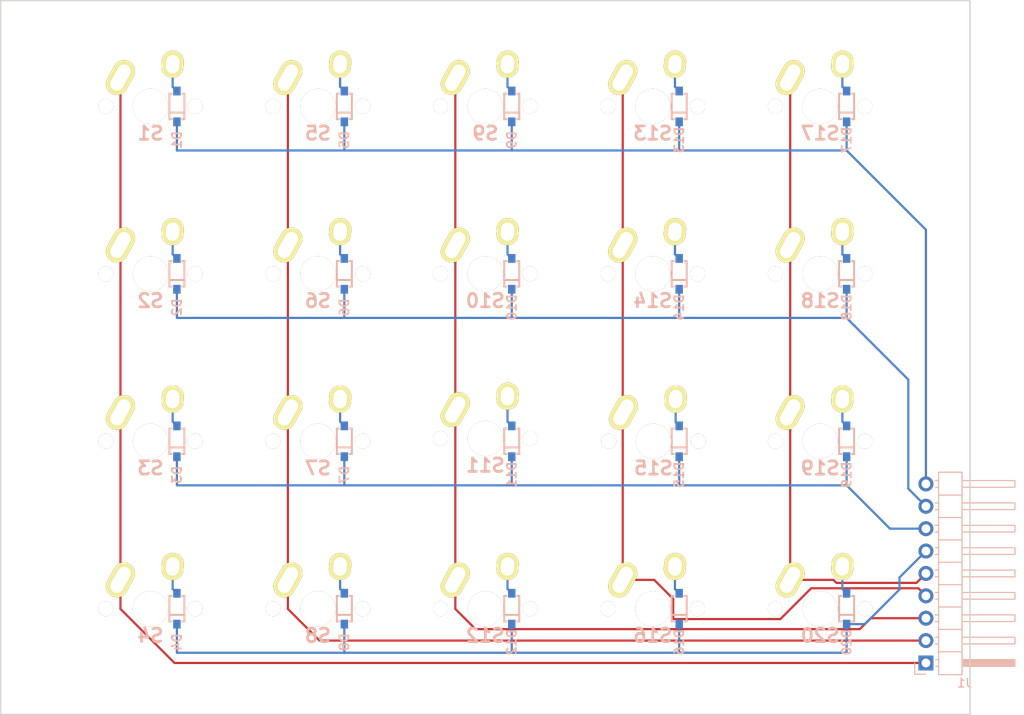
<source format=kicad_pcb>
(kicad_pcb (version 4) (host pcbnew 4.0.7)

  (general
    (links 60)
    (no_connects 0)
    (area 46.924999 56.924999 157.075001 138.075001)
    (thickness 1.6)
    (drawings 4)
    (tracks 138)
    (zones 0)
    (modules 41)
    (nets 30)
  )

  (page A4)
  (layers
    (0 F.Cu signal)
    (31 B.Cu signal)
    (32 B.Adhes user)
    (33 F.Adhes user)
    (34 B.Paste user)
    (35 F.Paste user)
    (36 B.SilkS user)
    (37 F.SilkS user)
    (38 B.Mask user)
    (39 F.Mask user)
    (40 Dwgs.User user)
    (41 Cmts.User user)
    (42 Eco1.User user)
    (43 Eco2.User user)
    (44 Edge.Cuts user)
    (45 Margin user)
    (46 B.CrtYd user)
    (47 F.CrtYd user)
    (48 B.Fab user)
    (49 F.Fab user)
  )

  (setup
    (last_trace_width 0.25)
    (trace_clearance 0.2)
    (zone_clearance 0.508)
    (zone_45_only no)
    (trace_min 0.2)
    (segment_width 0.2)
    (edge_width 0.15)
    (via_size 0.6)
    (via_drill 0.4)
    (via_min_size 0.4)
    (via_min_drill 0.3)
    (uvia_size 0.3)
    (uvia_drill 0.1)
    (uvias_allowed no)
    (uvia_min_size 0.2)
    (uvia_min_drill 0.1)
    (pcb_text_width 0.3)
    (pcb_text_size 1.5 1.5)
    (mod_edge_width 0.15)
    (mod_text_size 1 1)
    (mod_text_width 0.15)
    (pad_size 1.524 1.524)
    (pad_drill 0.762)
    (pad_to_mask_clearance 0.2)
    (aux_axis_origin 0 0)
    (visible_elements FFFFFF7F)
    (pcbplotparams
      (layerselection 0x00030_80000001)
      (usegerberextensions false)
      (excludeedgelayer true)
      (linewidth 0.100000)
      (plotframeref false)
      (viasonmask false)
      (mode 1)
      (useauxorigin false)
      (hpglpennumber 1)
      (hpglpenspeed 20)
      (hpglpendiameter 15)
      (hpglpenoverlay 2)
      (psnegative false)
      (psa4output false)
      (plotreference true)
      (plotvalue true)
      (plotinvisibletext false)
      (padsonsilk false)
      (subtractmaskfromsilk false)
      (outputformat 1)
      (mirror false)
      (drillshape 1)
      (scaleselection 1)
      (outputdirectory ""))
  )

  (net 0 "")
  (net 1 Row1)
  (net 2 "Net-(D1-Pad1)")
  (net 3 Row2)
  (net 4 "Net-(D2-Pad1)")
  (net 5 Row3)
  (net 6 "Net-(D3-Pad1)")
  (net 7 Row4)
  (net 8 "Net-(D4-Pad1)")
  (net 9 "Net-(D5-Pad1)")
  (net 10 "Net-(D6-Pad1)")
  (net 11 "Net-(D7-Pad1)")
  (net 12 "Net-(D8-Pad1)")
  (net 13 "Net-(D9-Pad1)")
  (net 14 "Net-(D10-Pad1)")
  (net 15 "Net-(D11-Pad1)")
  (net 16 "Net-(D12-Pad1)")
  (net 17 "Net-(D13-Pad1)")
  (net 18 "Net-(D14-Pad1)")
  (net 19 "Net-(D15-Pad1)")
  (net 20 "Net-(D16-Pad1)")
  (net 21 "Net-(D17-Pad1)")
  (net 22 "Net-(D18-Pad1)")
  (net 23 "Net-(D19-Pad1)")
  (net 24 "Net-(D20-Pad1)")
  (net 25 Col1)
  (net 26 Col2)
  (net 27 Col3)
  (net 28 Col4)
  (net 29 Col5)

  (net_class Default "This is the default net class."
    (clearance 0.2)
    (trace_width 0.25)
    (via_dia 0.6)
    (via_drill 0.4)
    (uvia_dia 0.3)
    (uvia_drill 0.1)
    (add_net Col1)
    (add_net Col2)
    (add_net Col3)
    (add_net Col4)
    (add_net Col5)
    (add_net "Net-(D1-Pad1)")
    (add_net "Net-(D10-Pad1)")
    (add_net "Net-(D11-Pad1)")
    (add_net "Net-(D12-Pad1)")
    (add_net "Net-(D13-Pad1)")
    (add_net "Net-(D14-Pad1)")
    (add_net "Net-(D15-Pad1)")
    (add_net "Net-(D16-Pad1)")
    (add_net "Net-(D17-Pad1)")
    (add_net "Net-(D18-Pad1)")
    (add_net "Net-(D19-Pad1)")
    (add_net "Net-(D2-Pad1)")
    (add_net "Net-(D20-Pad1)")
    (add_net "Net-(D3-Pad1)")
    (add_net "Net-(D4-Pad1)")
    (add_net "Net-(D5-Pad1)")
    (add_net "Net-(D6-Pad1)")
    (add_net "Net-(D7-Pad1)")
    (add_net "Net-(D8-Pad1)")
    (add_net "Net-(D9-Pad1)")
    (add_net Row1)
    (add_net Row2)
    (add_net Row3)
    (add_net Row4)
  )

  (module prettylib:SOT123-DIODE (layer B.Cu) (tedit 55C2C69D) (tstamp 5A88EF51)
    (at 67 69)
    (descr DIODE)
    (tags DIODE)
    (path /5A88D034)
    (fp_text reference D1 (at 0 3.81 270) (layer B.SilkS)
      (effects (font (size 1.016 1.016) (thickness 0.2032)) (justify mirror))
    )
    (fp_text value DIODE (at 2.032 0 270) (layer B.SilkS) hide
      (effects (font (thickness 0.3048)) (justify mirror))
    )
    (fp_line (start -0.8509 0.70104) (end 0.8509 0.70104) (layer B.SilkS) (width 0.22098))
    (fp_line (start -0.8509 1.45034) (end -0.59944 1.45034) (layer B.SilkS) (width 0.22098))
    (fp_line (start 0.8509 1.45034) (end 0.59944 1.45034) (layer B.SilkS) (width 0.22098))
    (fp_line (start 0.8509 -1.45034) (end 0.59944 -1.45034) (layer B.SilkS) (width 0.22098))
    (fp_line (start -0.8509 -1.45034) (end -0.59944 -1.45034) (layer B.SilkS) (width 0.22098))
    (fp_line (start -0.8509 -1.45034) (end -0.8509 1.45034) (layer B.SilkS) (width 0.22098))
    (fp_line (start 0.8509 -1.45034) (end 0.8509 1.45034) (layer B.SilkS) (width 0.22098))
    (pad 2 smd rect (at 0 1.7526 90) (size 1.00076 0.8509) (layers B.Cu B.Paste B.Mask)
      (net 1 Row1))
    (pad 1 smd rect (at 0 -1.74752 90) (size 1.00076 0.8509) (layers B.Cu B.Paste B.Mask)
      (net 2 "Net-(D1-Pad1)"))
  )

  (module prettylib:SOT123-DIODE (layer B.Cu) (tedit 55C2C69D) (tstamp 5A88EF57)
    (at 67 88)
    (descr DIODE)
    (tags DIODE)
    (path /5A88D212)
    (fp_text reference D2 (at 0 3.81 270) (layer B.SilkS)
      (effects (font (size 1.016 1.016) (thickness 0.2032)) (justify mirror))
    )
    (fp_text value DIODE (at 2.032 0 270) (layer B.SilkS) hide
      (effects (font (thickness 0.3048)) (justify mirror))
    )
    (fp_line (start -0.8509 0.70104) (end 0.8509 0.70104) (layer B.SilkS) (width 0.22098))
    (fp_line (start -0.8509 1.45034) (end -0.59944 1.45034) (layer B.SilkS) (width 0.22098))
    (fp_line (start 0.8509 1.45034) (end 0.59944 1.45034) (layer B.SilkS) (width 0.22098))
    (fp_line (start 0.8509 -1.45034) (end 0.59944 -1.45034) (layer B.SilkS) (width 0.22098))
    (fp_line (start -0.8509 -1.45034) (end -0.59944 -1.45034) (layer B.SilkS) (width 0.22098))
    (fp_line (start -0.8509 -1.45034) (end -0.8509 1.45034) (layer B.SilkS) (width 0.22098))
    (fp_line (start 0.8509 -1.45034) (end 0.8509 1.45034) (layer B.SilkS) (width 0.22098))
    (pad 2 smd rect (at 0 1.7526 90) (size 1.00076 0.8509) (layers B.Cu B.Paste B.Mask)
      (net 3 Row2))
    (pad 1 smd rect (at 0 -1.74752 90) (size 1.00076 0.8509) (layers B.Cu B.Paste B.Mask)
      (net 4 "Net-(D2-Pad1)"))
  )

  (module prettylib:SOT123-DIODE (layer B.Cu) (tedit 55C2C69D) (tstamp 5A88EF5D)
    (at 67 107)
    (descr DIODE)
    (tags DIODE)
    (path /5A88D950)
    (fp_text reference D3 (at 0 3.81 270) (layer B.SilkS)
      (effects (font (size 1.016 1.016) (thickness 0.2032)) (justify mirror))
    )
    (fp_text value DIODE (at 2.032 0 270) (layer B.SilkS) hide
      (effects (font (thickness 0.3048)) (justify mirror))
    )
    (fp_line (start -0.8509 0.70104) (end 0.8509 0.70104) (layer B.SilkS) (width 0.22098))
    (fp_line (start -0.8509 1.45034) (end -0.59944 1.45034) (layer B.SilkS) (width 0.22098))
    (fp_line (start 0.8509 1.45034) (end 0.59944 1.45034) (layer B.SilkS) (width 0.22098))
    (fp_line (start 0.8509 -1.45034) (end 0.59944 -1.45034) (layer B.SilkS) (width 0.22098))
    (fp_line (start -0.8509 -1.45034) (end -0.59944 -1.45034) (layer B.SilkS) (width 0.22098))
    (fp_line (start -0.8509 -1.45034) (end -0.8509 1.45034) (layer B.SilkS) (width 0.22098))
    (fp_line (start 0.8509 -1.45034) (end 0.8509 1.45034) (layer B.SilkS) (width 0.22098))
    (pad 2 smd rect (at 0 1.7526 90) (size 1.00076 0.8509) (layers B.Cu B.Paste B.Mask)
      (net 5 Row3))
    (pad 1 smd rect (at 0 -1.74752 90) (size 1.00076 0.8509) (layers B.Cu B.Paste B.Mask)
      (net 6 "Net-(D3-Pad1)"))
  )

  (module prettylib:SOT123-DIODE (layer B.Cu) (tedit 55C2C69D) (tstamp 5A88EF63)
    (at 67 126)
    (descr DIODE)
    (tags DIODE)
    (path /5A88D95C)
    (fp_text reference D4 (at 0 3.81 270) (layer B.SilkS)
      (effects (font (size 1.016 1.016) (thickness 0.2032)) (justify mirror))
    )
    (fp_text value DIODE (at 2.032 0 270) (layer B.SilkS) hide
      (effects (font (thickness 0.3048)) (justify mirror))
    )
    (fp_line (start -0.8509 0.70104) (end 0.8509 0.70104) (layer B.SilkS) (width 0.22098))
    (fp_line (start -0.8509 1.45034) (end -0.59944 1.45034) (layer B.SilkS) (width 0.22098))
    (fp_line (start 0.8509 1.45034) (end 0.59944 1.45034) (layer B.SilkS) (width 0.22098))
    (fp_line (start 0.8509 -1.45034) (end 0.59944 -1.45034) (layer B.SilkS) (width 0.22098))
    (fp_line (start -0.8509 -1.45034) (end -0.59944 -1.45034) (layer B.SilkS) (width 0.22098))
    (fp_line (start -0.8509 -1.45034) (end -0.8509 1.45034) (layer B.SilkS) (width 0.22098))
    (fp_line (start 0.8509 -1.45034) (end 0.8509 1.45034) (layer B.SilkS) (width 0.22098))
    (pad 2 smd rect (at 0 1.7526 90) (size 1.00076 0.8509) (layers B.Cu B.Paste B.Mask)
      (net 7 Row4))
    (pad 1 smd rect (at 0 -1.74752 90) (size 1.00076 0.8509) (layers B.Cu B.Paste B.Mask)
      (net 8 "Net-(D4-Pad1)"))
  )

  (module prettylib:SOT123-DIODE (layer B.Cu) (tedit 55C2C69D) (tstamp 5A88EF69)
    (at 86 69)
    (descr DIODE)
    (tags DIODE)
    (path /5A88D412)
    (fp_text reference D5 (at 0 3.81 270) (layer B.SilkS)
      (effects (font (size 1.016 1.016) (thickness 0.2032)) (justify mirror))
    )
    (fp_text value DIODE (at 2.032 0 270) (layer B.SilkS) hide
      (effects (font (thickness 0.3048)) (justify mirror))
    )
    (fp_line (start -0.8509 0.70104) (end 0.8509 0.70104) (layer B.SilkS) (width 0.22098))
    (fp_line (start -0.8509 1.45034) (end -0.59944 1.45034) (layer B.SilkS) (width 0.22098))
    (fp_line (start 0.8509 1.45034) (end 0.59944 1.45034) (layer B.SilkS) (width 0.22098))
    (fp_line (start 0.8509 -1.45034) (end 0.59944 -1.45034) (layer B.SilkS) (width 0.22098))
    (fp_line (start -0.8509 -1.45034) (end -0.59944 -1.45034) (layer B.SilkS) (width 0.22098))
    (fp_line (start -0.8509 -1.45034) (end -0.8509 1.45034) (layer B.SilkS) (width 0.22098))
    (fp_line (start 0.8509 -1.45034) (end 0.8509 1.45034) (layer B.SilkS) (width 0.22098))
    (pad 2 smd rect (at 0 1.7526 90) (size 1.00076 0.8509) (layers B.Cu B.Paste B.Mask)
      (net 1 Row1))
    (pad 1 smd rect (at 0 -1.74752 90) (size 1.00076 0.8509) (layers B.Cu B.Paste B.Mask)
      (net 9 "Net-(D5-Pad1)"))
  )

  (module prettylib:SOT123-DIODE (layer B.Cu) (tedit 55C2C69D) (tstamp 5A88EF6F)
    (at 86 88)
    (descr DIODE)
    (tags DIODE)
    (path /5A88D4EC)
    (fp_text reference D6 (at 0 3.81 270) (layer B.SilkS)
      (effects (font (size 1.016 1.016) (thickness 0.2032)) (justify mirror))
    )
    (fp_text value DIODE (at 2.032 0 270) (layer B.SilkS) hide
      (effects (font (thickness 0.3048)) (justify mirror))
    )
    (fp_line (start -0.8509 0.70104) (end 0.8509 0.70104) (layer B.SilkS) (width 0.22098))
    (fp_line (start -0.8509 1.45034) (end -0.59944 1.45034) (layer B.SilkS) (width 0.22098))
    (fp_line (start 0.8509 1.45034) (end 0.59944 1.45034) (layer B.SilkS) (width 0.22098))
    (fp_line (start 0.8509 -1.45034) (end 0.59944 -1.45034) (layer B.SilkS) (width 0.22098))
    (fp_line (start -0.8509 -1.45034) (end -0.59944 -1.45034) (layer B.SilkS) (width 0.22098))
    (fp_line (start -0.8509 -1.45034) (end -0.8509 1.45034) (layer B.SilkS) (width 0.22098))
    (fp_line (start 0.8509 -1.45034) (end 0.8509 1.45034) (layer B.SilkS) (width 0.22098))
    (pad 2 smd rect (at 0 1.7526 90) (size 1.00076 0.8509) (layers B.Cu B.Paste B.Mask)
      (net 3 Row2))
    (pad 1 smd rect (at 0 -1.74752 90) (size 1.00076 0.8509) (layers B.Cu B.Paste B.Mask)
      (net 10 "Net-(D6-Pad1)"))
  )

  (module prettylib:SOT123-DIODE (layer B.Cu) (tedit 55C2C69D) (tstamp 5A88EF75)
    (at 86 107)
    (descr DIODE)
    (tags DIODE)
    (path /5A88D968)
    (fp_text reference D7 (at 0 3.81 270) (layer B.SilkS)
      (effects (font (size 1.016 1.016) (thickness 0.2032)) (justify mirror))
    )
    (fp_text value DIODE (at 2.032 0 270) (layer B.SilkS) hide
      (effects (font (thickness 0.3048)) (justify mirror))
    )
    (fp_line (start -0.8509 0.70104) (end 0.8509 0.70104) (layer B.SilkS) (width 0.22098))
    (fp_line (start -0.8509 1.45034) (end -0.59944 1.45034) (layer B.SilkS) (width 0.22098))
    (fp_line (start 0.8509 1.45034) (end 0.59944 1.45034) (layer B.SilkS) (width 0.22098))
    (fp_line (start 0.8509 -1.45034) (end 0.59944 -1.45034) (layer B.SilkS) (width 0.22098))
    (fp_line (start -0.8509 -1.45034) (end -0.59944 -1.45034) (layer B.SilkS) (width 0.22098))
    (fp_line (start -0.8509 -1.45034) (end -0.8509 1.45034) (layer B.SilkS) (width 0.22098))
    (fp_line (start 0.8509 -1.45034) (end 0.8509 1.45034) (layer B.SilkS) (width 0.22098))
    (pad 2 smd rect (at 0 1.7526 90) (size 1.00076 0.8509) (layers B.Cu B.Paste B.Mask)
      (net 5 Row3))
    (pad 1 smd rect (at 0 -1.74752 90) (size 1.00076 0.8509) (layers B.Cu B.Paste B.Mask)
      (net 11 "Net-(D7-Pad1)"))
  )

  (module prettylib:SOT123-DIODE (layer B.Cu) (tedit 55C2C69D) (tstamp 5A88EF7B)
    (at 86 126)
    (descr DIODE)
    (tags DIODE)
    (path /5A88D974)
    (fp_text reference D8 (at 0 3.81 270) (layer B.SilkS)
      (effects (font (size 1.016 1.016) (thickness 0.2032)) (justify mirror))
    )
    (fp_text value DIODE (at 2.032 0 270) (layer B.SilkS) hide
      (effects (font (thickness 0.3048)) (justify mirror))
    )
    (fp_line (start -0.8509 0.70104) (end 0.8509 0.70104) (layer B.SilkS) (width 0.22098))
    (fp_line (start -0.8509 1.45034) (end -0.59944 1.45034) (layer B.SilkS) (width 0.22098))
    (fp_line (start 0.8509 1.45034) (end 0.59944 1.45034) (layer B.SilkS) (width 0.22098))
    (fp_line (start 0.8509 -1.45034) (end 0.59944 -1.45034) (layer B.SilkS) (width 0.22098))
    (fp_line (start -0.8509 -1.45034) (end -0.59944 -1.45034) (layer B.SilkS) (width 0.22098))
    (fp_line (start -0.8509 -1.45034) (end -0.8509 1.45034) (layer B.SilkS) (width 0.22098))
    (fp_line (start 0.8509 -1.45034) (end 0.8509 1.45034) (layer B.SilkS) (width 0.22098))
    (pad 2 smd rect (at 0 1.7526 90) (size 1.00076 0.8509) (layers B.Cu B.Paste B.Mask)
      (net 7 Row4))
    (pad 1 smd rect (at 0 -1.74752 90) (size 1.00076 0.8509) (layers B.Cu B.Paste B.Mask)
      (net 12 "Net-(D8-Pad1)"))
  )

  (module prettylib:SOT123-DIODE (layer B.Cu) (tedit 55C2C69D) (tstamp 5A88EF81)
    (at 105 69)
    (descr DIODE)
    (tags DIODE)
    (path /5A88DF64)
    (fp_text reference D9 (at 0 3.81 270) (layer B.SilkS)
      (effects (font (size 1.016 1.016) (thickness 0.2032)) (justify mirror))
    )
    (fp_text value DIODE (at 2.032 0 270) (layer B.SilkS) hide
      (effects (font (thickness 0.3048)) (justify mirror))
    )
    (fp_line (start -0.8509 0.70104) (end 0.8509 0.70104) (layer B.SilkS) (width 0.22098))
    (fp_line (start -0.8509 1.45034) (end -0.59944 1.45034) (layer B.SilkS) (width 0.22098))
    (fp_line (start 0.8509 1.45034) (end 0.59944 1.45034) (layer B.SilkS) (width 0.22098))
    (fp_line (start 0.8509 -1.45034) (end 0.59944 -1.45034) (layer B.SilkS) (width 0.22098))
    (fp_line (start -0.8509 -1.45034) (end -0.59944 -1.45034) (layer B.SilkS) (width 0.22098))
    (fp_line (start -0.8509 -1.45034) (end -0.8509 1.45034) (layer B.SilkS) (width 0.22098))
    (fp_line (start 0.8509 -1.45034) (end 0.8509 1.45034) (layer B.SilkS) (width 0.22098))
    (pad 2 smd rect (at 0 1.7526 90) (size 1.00076 0.8509) (layers B.Cu B.Paste B.Mask)
      (net 1 Row1))
    (pad 1 smd rect (at 0 -1.74752 90) (size 1.00076 0.8509) (layers B.Cu B.Paste B.Mask)
      (net 13 "Net-(D9-Pad1)"))
  )

  (module prettylib:SOT123-DIODE (layer B.Cu) (tedit 55C2C69D) (tstamp 5A88EF87)
    (at 105 88)
    (descr DIODE)
    (tags DIODE)
    (path /5A88DF70)
    (fp_text reference D10 (at 0 3.81 270) (layer B.SilkS)
      (effects (font (size 1.016 1.016) (thickness 0.2032)) (justify mirror))
    )
    (fp_text value DIODE (at 2.032 0 270) (layer B.SilkS) hide
      (effects (font (thickness 0.3048)) (justify mirror))
    )
    (fp_line (start -0.8509 0.70104) (end 0.8509 0.70104) (layer B.SilkS) (width 0.22098))
    (fp_line (start -0.8509 1.45034) (end -0.59944 1.45034) (layer B.SilkS) (width 0.22098))
    (fp_line (start 0.8509 1.45034) (end 0.59944 1.45034) (layer B.SilkS) (width 0.22098))
    (fp_line (start 0.8509 -1.45034) (end 0.59944 -1.45034) (layer B.SilkS) (width 0.22098))
    (fp_line (start -0.8509 -1.45034) (end -0.59944 -1.45034) (layer B.SilkS) (width 0.22098))
    (fp_line (start -0.8509 -1.45034) (end -0.8509 1.45034) (layer B.SilkS) (width 0.22098))
    (fp_line (start 0.8509 -1.45034) (end 0.8509 1.45034) (layer B.SilkS) (width 0.22098))
    (pad 2 smd rect (at 0 1.7526 90) (size 1.00076 0.8509) (layers B.Cu B.Paste B.Mask)
      (net 3 Row2))
    (pad 1 smd rect (at 0 -1.74752 90) (size 1.00076 0.8509) (layers B.Cu B.Paste B.Mask)
      (net 14 "Net-(D10-Pad1)"))
  )

  (module prettylib:SOT123-DIODE (layer B.Cu) (tedit 55C2C69D) (tstamp 5A88EF8D)
    (at 105 107)
    (descr DIODE)
    (tags DIODE)
    (path /5A88DF94)
    (fp_text reference D11 (at 0 3.81 270) (layer B.SilkS)
      (effects (font (size 1.016 1.016) (thickness 0.2032)) (justify mirror))
    )
    (fp_text value DIODE (at 2.032 0 270) (layer B.SilkS) hide
      (effects (font (thickness 0.3048)) (justify mirror))
    )
    (fp_line (start -0.8509 0.70104) (end 0.8509 0.70104) (layer B.SilkS) (width 0.22098))
    (fp_line (start -0.8509 1.45034) (end -0.59944 1.45034) (layer B.SilkS) (width 0.22098))
    (fp_line (start 0.8509 1.45034) (end 0.59944 1.45034) (layer B.SilkS) (width 0.22098))
    (fp_line (start 0.8509 -1.45034) (end 0.59944 -1.45034) (layer B.SilkS) (width 0.22098))
    (fp_line (start -0.8509 -1.45034) (end -0.59944 -1.45034) (layer B.SilkS) (width 0.22098))
    (fp_line (start -0.8509 -1.45034) (end -0.8509 1.45034) (layer B.SilkS) (width 0.22098))
    (fp_line (start 0.8509 -1.45034) (end 0.8509 1.45034) (layer B.SilkS) (width 0.22098))
    (pad 2 smd rect (at 0 1.7526 90) (size 1.00076 0.8509) (layers B.Cu B.Paste B.Mask)
      (net 5 Row3))
    (pad 1 smd rect (at 0 -1.74752 90) (size 1.00076 0.8509) (layers B.Cu B.Paste B.Mask)
      (net 15 "Net-(D11-Pad1)"))
  )

  (module prettylib:SOT123-DIODE (layer B.Cu) (tedit 55C2C69D) (tstamp 5A88EF93)
    (at 105 126)
    (descr DIODE)
    (tags DIODE)
    (path /5A88DFA0)
    (fp_text reference D12 (at 0 3.81 270) (layer B.SilkS)
      (effects (font (size 1.016 1.016) (thickness 0.2032)) (justify mirror))
    )
    (fp_text value DIODE (at 2.032 0 270) (layer B.SilkS) hide
      (effects (font (thickness 0.3048)) (justify mirror))
    )
    (fp_line (start -0.8509 0.70104) (end 0.8509 0.70104) (layer B.SilkS) (width 0.22098))
    (fp_line (start -0.8509 1.45034) (end -0.59944 1.45034) (layer B.SilkS) (width 0.22098))
    (fp_line (start 0.8509 1.45034) (end 0.59944 1.45034) (layer B.SilkS) (width 0.22098))
    (fp_line (start 0.8509 -1.45034) (end 0.59944 -1.45034) (layer B.SilkS) (width 0.22098))
    (fp_line (start -0.8509 -1.45034) (end -0.59944 -1.45034) (layer B.SilkS) (width 0.22098))
    (fp_line (start -0.8509 -1.45034) (end -0.8509 1.45034) (layer B.SilkS) (width 0.22098))
    (fp_line (start 0.8509 -1.45034) (end 0.8509 1.45034) (layer B.SilkS) (width 0.22098))
    (pad 2 smd rect (at 0 1.7526 90) (size 1.00076 0.8509) (layers B.Cu B.Paste B.Mask)
      (net 7 Row4))
    (pad 1 smd rect (at 0 -1.74752 90) (size 1.00076 0.8509) (layers B.Cu B.Paste B.Mask)
      (net 16 "Net-(D12-Pad1)"))
  )

  (module prettylib:SOT123-DIODE (layer B.Cu) (tedit 55C2C69D) (tstamp 5A88EF99)
    (at 124 69)
    (descr DIODE)
    (tags DIODE)
    (path /5A88DF7C)
    (fp_text reference D13 (at 0 3.81 270) (layer B.SilkS)
      (effects (font (size 1.016 1.016) (thickness 0.2032)) (justify mirror))
    )
    (fp_text value DIODE (at 2.032 0 270) (layer B.SilkS) hide
      (effects (font (thickness 0.3048)) (justify mirror))
    )
    (fp_line (start -0.8509 0.70104) (end 0.8509 0.70104) (layer B.SilkS) (width 0.22098))
    (fp_line (start -0.8509 1.45034) (end -0.59944 1.45034) (layer B.SilkS) (width 0.22098))
    (fp_line (start 0.8509 1.45034) (end 0.59944 1.45034) (layer B.SilkS) (width 0.22098))
    (fp_line (start 0.8509 -1.45034) (end 0.59944 -1.45034) (layer B.SilkS) (width 0.22098))
    (fp_line (start -0.8509 -1.45034) (end -0.59944 -1.45034) (layer B.SilkS) (width 0.22098))
    (fp_line (start -0.8509 -1.45034) (end -0.8509 1.45034) (layer B.SilkS) (width 0.22098))
    (fp_line (start 0.8509 -1.45034) (end 0.8509 1.45034) (layer B.SilkS) (width 0.22098))
    (pad 2 smd rect (at 0 1.7526 90) (size 1.00076 0.8509) (layers B.Cu B.Paste B.Mask)
      (net 1 Row1))
    (pad 1 smd rect (at 0 -1.74752 90) (size 1.00076 0.8509) (layers B.Cu B.Paste B.Mask)
      (net 17 "Net-(D13-Pad1)"))
  )

  (module prettylib:SOT123-DIODE (layer B.Cu) (tedit 55C2C69D) (tstamp 5A88EF9F)
    (at 124 88)
    (descr DIODE)
    (tags DIODE)
    (path /5A88DF88)
    (fp_text reference D14 (at 0 3.81 270) (layer B.SilkS)
      (effects (font (size 1.016 1.016) (thickness 0.2032)) (justify mirror))
    )
    (fp_text value DIODE (at 2.032 0 270) (layer B.SilkS) hide
      (effects (font (thickness 0.3048)) (justify mirror))
    )
    (fp_line (start -0.8509 0.70104) (end 0.8509 0.70104) (layer B.SilkS) (width 0.22098))
    (fp_line (start -0.8509 1.45034) (end -0.59944 1.45034) (layer B.SilkS) (width 0.22098))
    (fp_line (start 0.8509 1.45034) (end 0.59944 1.45034) (layer B.SilkS) (width 0.22098))
    (fp_line (start 0.8509 -1.45034) (end 0.59944 -1.45034) (layer B.SilkS) (width 0.22098))
    (fp_line (start -0.8509 -1.45034) (end -0.59944 -1.45034) (layer B.SilkS) (width 0.22098))
    (fp_line (start -0.8509 -1.45034) (end -0.8509 1.45034) (layer B.SilkS) (width 0.22098))
    (fp_line (start 0.8509 -1.45034) (end 0.8509 1.45034) (layer B.SilkS) (width 0.22098))
    (pad 2 smd rect (at 0 1.7526 90) (size 1.00076 0.8509) (layers B.Cu B.Paste B.Mask)
      (net 3 Row2))
    (pad 1 smd rect (at 0 -1.74752 90) (size 1.00076 0.8509) (layers B.Cu B.Paste B.Mask)
      (net 18 "Net-(D14-Pad1)"))
  )

  (module prettylib:SOT123-DIODE (layer B.Cu) (tedit 55C2C69D) (tstamp 5A88EFA5)
    (at 124 107)
    (descr DIODE)
    (tags DIODE)
    (path /5A88DFAC)
    (fp_text reference D15 (at 0 3.81 270) (layer B.SilkS)
      (effects (font (size 1.016 1.016) (thickness 0.2032)) (justify mirror))
    )
    (fp_text value DIODE (at 2.032 0 270) (layer B.SilkS) hide
      (effects (font (thickness 0.3048)) (justify mirror))
    )
    (fp_line (start -0.8509 0.70104) (end 0.8509 0.70104) (layer B.SilkS) (width 0.22098))
    (fp_line (start -0.8509 1.45034) (end -0.59944 1.45034) (layer B.SilkS) (width 0.22098))
    (fp_line (start 0.8509 1.45034) (end 0.59944 1.45034) (layer B.SilkS) (width 0.22098))
    (fp_line (start 0.8509 -1.45034) (end 0.59944 -1.45034) (layer B.SilkS) (width 0.22098))
    (fp_line (start -0.8509 -1.45034) (end -0.59944 -1.45034) (layer B.SilkS) (width 0.22098))
    (fp_line (start -0.8509 -1.45034) (end -0.8509 1.45034) (layer B.SilkS) (width 0.22098))
    (fp_line (start 0.8509 -1.45034) (end 0.8509 1.45034) (layer B.SilkS) (width 0.22098))
    (pad 2 smd rect (at 0 1.7526 90) (size 1.00076 0.8509) (layers B.Cu B.Paste B.Mask)
      (net 5 Row3))
    (pad 1 smd rect (at 0 -1.74752 90) (size 1.00076 0.8509) (layers B.Cu B.Paste B.Mask)
      (net 19 "Net-(D15-Pad1)"))
  )

  (module prettylib:SOT123-DIODE (layer B.Cu) (tedit 55C2C69D) (tstamp 5A88EFAB)
    (at 124 126)
    (descr DIODE)
    (tags DIODE)
    (path /5A88DFB8)
    (fp_text reference D16 (at 0 3.81 270) (layer B.SilkS)
      (effects (font (size 1.016 1.016) (thickness 0.2032)) (justify mirror))
    )
    (fp_text value DIODE (at 2.032 0 270) (layer B.SilkS) hide
      (effects (font (thickness 0.3048)) (justify mirror))
    )
    (fp_line (start -0.8509 0.70104) (end 0.8509 0.70104) (layer B.SilkS) (width 0.22098))
    (fp_line (start -0.8509 1.45034) (end -0.59944 1.45034) (layer B.SilkS) (width 0.22098))
    (fp_line (start 0.8509 1.45034) (end 0.59944 1.45034) (layer B.SilkS) (width 0.22098))
    (fp_line (start 0.8509 -1.45034) (end 0.59944 -1.45034) (layer B.SilkS) (width 0.22098))
    (fp_line (start -0.8509 -1.45034) (end -0.59944 -1.45034) (layer B.SilkS) (width 0.22098))
    (fp_line (start -0.8509 -1.45034) (end -0.8509 1.45034) (layer B.SilkS) (width 0.22098))
    (fp_line (start 0.8509 -1.45034) (end 0.8509 1.45034) (layer B.SilkS) (width 0.22098))
    (pad 2 smd rect (at 0 1.7526 90) (size 1.00076 0.8509) (layers B.Cu B.Paste B.Mask)
      (net 7 Row4))
    (pad 1 smd rect (at 0 -1.74752 90) (size 1.00076 0.8509) (layers B.Cu B.Paste B.Mask)
      (net 20 "Net-(D16-Pad1)"))
  )

  (module prettylib:SOT123-DIODE (layer B.Cu) (tedit 55C2C69D) (tstamp 5A88EFB1)
    (at 143 69)
    (descr DIODE)
    (tags DIODE)
    (path /5A88E284)
    (fp_text reference D17 (at 0 3.81 270) (layer B.SilkS)
      (effects (font (size 1.016 1.016) (thickness 0.2032)) (justify mirror))
    )
    (fp_text value DIODE (at 2.032 0 270) (layer B.SilkS) hide
      (effects (font (thickness 0.3048)) (justify mirror))
    )
    (fp_line (start -0.8509 0.70104) (end 0.8509 0.70104) (layer B.SilkS) (width 0.22098))
    (fp_line (start -0.8509 1.45034) (end -0.59944 1.45034) (layer B.SilkS) (width 0.22098))
    (fp_line (start 0.8509 1.45034) (end 0.59944 1.45034) (layer B.SilkS) (width 0.22098))
    (fp_line (start 0.8509 -1.45034) (end 0.59944 -1.45034) (layer B.SilkS) (width 0.22098))
    (fp_line (start -0.8509 -1.45034) (end -0.59944 -1.45034) (layer B.SilkS) (width 0.22098))
    (fp_line (start -0.8509 -1.45034) (end -0.8509 1.45034) (layer B.SilkS) (width 0.22098))
    (fp_line (start 0.8509 -1.45034) (end 0.8509 1.45034) (layer B.SilkS) (width 0.22098))
    (pad 2 smd rect (at 0 1.7526 90) (size 1.00076 0.8509) (layers B.Cu B.Paste B.Mask)
      (net 1 Row1))
    (pad 1 smd rect (at 0 -1.74752 90) (size 1.00076 0.8509) (layers B.Cu B.Paste B.Mask)
      (net 21 "Net-(D17-Pad1)"))
  )

  (module prettylib:SOT123-DIODE (layer B.Cu) (tedit 55C2C69D) (tstamp 5A88EFB7)
    (at 143 88)
    (descr DIODE)
    (tags DIODE)
    (path /5A88E290)
    (fp_text reference D18 (at 0 3.81 270) (layer B.SilkS)
      (effects (font (size 1.016 1.016) (thickness 0.2032)) (justify mirror))
    )
    (fp_text value DIODE (at 2.032 0 270) (layer B.SilkS) hide
      (effects (font (thickness 0.3048)) (justify mirror))
    )
    (fp_line (start -0.8509 0.70104) (end 0.8509 0.70104) (layer B.SilkS) (width 0.22098))
    (fp_line (start -0.8509 1.45034) (end -0.59944 1.45034) (layer B.SilkS) (width 0.22098))
    (fp_line (start 0.8509 1.45034) (end 0.59944 1.45034) (layer B.SilkS) (width 0.22098))
    (fp_line (start 0.8509 -1.45034) (end 0.59944 -1.45034) (layer B.SilkS) (width 0.22098))
    (fp_line (start -0.8509 -1.45034) (end -0.59944 -1.45034) (layer B.SilkS) (width 0.22098))
    (fp_line (start -0.8509 -1.45034) (end -0.8509 1.45034) (layer B.SilkS) (width 0.22098))
    (fp_line (start 0.8509 -1.45034) (end 0.8509 1.45034) (layer B.SilkS) (width 0.22098))
    (pad 2 smd rect (at 0 1.7526 90) (size 1.00076 0.8509) (layers B.Cu B.Paste B.Mask)
      (net 3 Row2))
    (pad 1 smd rect (at 0 -1.74752 90) (size 1.00076 0.8509) (layers B.Cu B.Paste B.Mask)
      (net 22 "Net-(D18-Pad1)"))
  )

  (module prettylib:SOT123-DIODE (layer B.Cu) (tedit 55C2C69D) (tstamp 5A88EFBD)
    (at 143 107)
    (descr DIODE)
    (tags DIODE)
    (path /5A88E29C)
    (fp_text reference D19 (at 0 3.81 270) (layer B.SilkS)
      (effects (font (size 1.016 1.016) (thickness 0.2032)) (justify mirror))
    )
    (fp_text value DIODE (at 2.032 0 270) (layer B.SilkS) hide
      (effects (font (thickness 0.3048)) (justify mirror))
    )
    (fp_line (start -0.8509 0.70104) (end 0.8509 0.70104) (layer B.SilkS) (width 0.22098))
    (fp_line (start -0.8509 1.45034) (end -0.59944 1.45034) (layer B.SilkS) (width 0.22098))
    (fp_line (start 0.8509 1.45034) (end 0.59944 1.45034) (layer B.SilkS) (width 0.22098))
    (fp_line (start 0.8509 -1.45034) (end 0.59944 -1.45034) (layer B.SilkS) (width 0.22098))
    (fp_line (start -0.8509 -1.45034) (end -0.59944 -1.45034) (layer B.SilkS) (width 0.22098))
    (fp_line (start -0.8509 -1.45034) (end -0.8509 1.45034) (layer B.SilkS) (width 0.22098))
    (fp_line (start 0.8509 -1.45034) (end 0.8509 1.45034) (layer B.SilkS) (width 0.22098))
    (pad 2 smd rect (at 0 1.7526 90) (size 1.00076 0.8509) (layers B.Cu B.Paste B.Mask)
      (net 5 Row3))
    (pad 1 smd rect (at 0 -1.74752 90) (size 1.00076 0.8509) (layers B.Cu B.Paste B.Mask)
      (net 23 "Net-(D19-Pad1)"))
  )

  (module prettylib:SOT123-DIODE (layer B.Cu) (tedit 55C2C69D) (tstamp 5A88EFC3)
    (at 143 126)
    (descr DIODE)
    (tags DIODE)
    (path /5A88E2A8)
    (fp_text reference D20 (at 0 3.81 270) (layer B.SilkS)
      (effects (font (size 1.016 1.016) (thickness 0.2032)) (justify mirror))
    )
    (fp_text value DIODE (at 2.032 0 270) (layer B.SilkS) hide
      (effects (font (thickness 0.3048)) (justify mirror))
    )
    (fp_line (start -0.8509 0.70104) (end 0.8509 0.70104) (layer B.SilkS) (width 0.22098))
    (fp_line (start -0.8509 1.45034) (end -0.59944 1.45034) (layer B.SilkS) (width 0.22098))
    (fp_line (start 0.8509 1.45034) (end 0.59944 1.45034) (layer B.SilkS) (width 0.22098))
    (fp_line (start 0.8509 -1.45034) (end 0.59944 -1.45034) (layer B.SilkS) (width 0.22098))
    (fp_line (start -0.8509 -1.45034) (end -0.59944 -1.45034) (layer B.SilkS) (width 0.22098))
    (fp_line (start -0.8509 -1.45034) (end -0.8509 1.45034) (layer B.SilkS) (width 0.22098))
    (fp_line (start 0.8509 -1.45034) (end 0.8509 1.45034) (layer B.SilkS) (width 0.22098))
    (pad 2 smd rect (at 0 1.7526 90) (size 1.00076 0.8509) (layers B.Cu B.Paste B.Mask)
      (net 7 Row4))
    (pad 1 smd rect (at 0 -1.74752 90) (size 1.00076 0.8509) (layers B.Cu B.Paste B.Mask)
      (net 24 "Net-(D20-Pad1)"))
  )

  (module Pin_Headers:Pin_Header_Angled_1x09_Pitch2.54mm (layer B.Cu) (tedit 59650532) (tstamp 5A88EFD0)
    (at 152 132.16)
    (descr "Through hole angled pin header, 1x09, 2.54mm pitch, 6mm pin length, single row")
    (tags "Through hole angled pin header THT 1x09 2.54mm single row")
    (path /5A890BCF)
    (fp_text reference J1 (at 4.385 2.27) (layer B.SilkS)
      (effects (font (size 1 1) (thickness 0.15)) (justify mirror))
    )
    (fp_text value Conn_01x09_Male (at 4.385 -22.59) (layer B.Fab)
      (effects (font (size 1 1) (thickness 0.15)) (justify mirror))
    )
    (fp_line (start 2.135 1.27) (end 4.04 1.27) (layer B.Fab) (width 0.1))
    (fp_line (start 4.04 1.27) (end 4.04 -21.59) (layer B.Fab) (width 0.1))
    (fp_line (start 4.04 -21.59) (end 1.5 -21.59) (layer B.Fab) (width 0.1))
    (fp_line (start 1.5 -21.59) (end 1.5 0.635) (layer B.Fab) (width 0.1))
    (fp_line (start 1.5 0.635) (end 2.135 1.27) (layer B.Fab) (width 0.1))
    (fp_line (start -0.32 0.32) (end 1.5 0.32) (layer B.Fab) (width 0.1))
    (fp_line (start -0.32 0.32) (end -0.32 -0.32) (layer B.Fab) (width 0.1))
    (fp_line (start -0.32 -0.32) (end 1.5 -0.32) (layer B.Fab) (width 0.1))
    (fp_line (start 4.04 0.32) (end 10.04 0.32) (layer B.Fab) (width 0.1))
    (fp_line (start 10.04 0.32) (end 10.04 -0.32) (layer B.Fab) (width 0.1))
    (fp_line (start 4.04 -0.32) (end 10.04 -0.32) (layer B.Fab) (width 0.1))
    (fp_line (start -0.32 -2.22) (end 1.5 -2.22) (layer B.Fab) (width 0.1))
    (fp_line (start -0.32 -2.22) (end -0.32 -2.86) (layer B.Fab) (width 0.1))
    (fp_line (start -0.32 -2.86) (end 1.5 -2.86) (layer B.Fab) (width 0.1))
    (fp_line (start 4.04 -2.22) (end 10.04 -2.22) (layer B.Fab) (width 0.1))
    (fp_line (start 10.04 -2.22) (end 10.04 -2.86) (layer B.Fab) (width 0.1))
    (fp_line (start 4.04 -2.86) (end 10.04 -2.86) (layer B.Fab) (width 0.1))
    (fp_line (start -0.32 -4.76) (end 1.5 -4.76) (layer B.Fab) (width 0.1))
    (fp_line (start -0.32 -4.76) (end -0.32 -5.4) (layer B.Fab) (width 0.1))
    (fp_line (start -0.32 -5.4) (end 1.5 -5.4) (layer B.Fab) (width 0.1))
    (fp_line (start 4.04 -4.76) (end 10.04 -4.76) (layer B.Fab) (width 0.1))
    (fp_line (start 10.04 -4.76) (end 10.04 -5.4) (layer B.Fab) (width 0.1))
    (fp_line (start 4.04 -5.4) (end 10.04 -5.4) (layer B.Fab) (width 0.1))
    (fp_line (start -0.32 -7.3) (end 1.5 -7.3) (layer B.Fab) (width 0.1))
    (fp_line (start -0.32 -7.3) (end -0.32 -7.94) (layer B.Fab) (width 0.1))
    (fp_line (start -0.32 -7.94) (end 1.5 -7.94) (layer B.Fab) (width 0.1))
    (fp_line (start 4.04 -7.3) (end 10.04 -7.3) (layer B.Fab) (width 0.1))
    (fp_line (start 10.04 -7.3) (end 10.04 -7.94) (layer B.Fab) (width 0.1))
    (fp_line (start 4.04 -7.94) (end 10.04 -7.94) (layer B.Fab) (width 0.1))
    (fp_line (start -0.32 -9.84) (end 1.5 -9.84) (layer B.Fab) (width 0.1))
    (fp_line (start -0.32 -9.84) (end -0.32 -10.48) (layer B.Fab) (width 0.1))
    (fp_line (start -0.32 -10.48) (end 1.5 -10.48) (layer B.Fab) (width 0.1))
    (fp_line (start 4.04 -9.84) (end 10.04 -9.84) (layer B.Fab) (width 0.1))
    (fp_line (start 10.04 -9.84) (end 10.04 -10.48) (layer B.Fab) (width 0.1))
    (fp_line (start 4.04 -10.48) (end 10.04 -10.48) (layer B.Fab) (width 0.1))
    (fp_line (start -0.32 -12.38) (end 1.5 -12.38) (layer B.Fab) (width 0.1))
    (fp_line (start -0.32 -12.38) (end -0.32 -13.02) (layer B.Fab) (width 0.1))
    (fp_line (start -0.32 -13.02) (end 1.5 -13.02) (layer B.Fab) (width 0.1))
    (fp_line (start 4.04 -12.38) (end 10.04 -12.38) (layer B.Fab) (width 0.1))
    (fp_line (start 10.04 -12.38) (end 10.04 -13.02) (layer B.Fab) (width 0.1))
    (fp_line (start 4.04 -13.02) (end 10.04 -13.02) (layer B.Fab) (width 0.1))
    (fp_line (start -0.32 -14.92) (end 1.5 -14.92) (layer B.Fab) (width 0.1))
    (fp_line (start -0.32 -14.92) (end -0.32 -15.56) (layer B.Fab) (width 0.1))
    (fp_line (start -0.32 -15.56) (end 1.5 -15.56) (layer B.Fab) (width 0.1))
    (fp_line (start 4.04 -14.92) (end 10.04 -14.92) (layer B.Fab) (width 0.1))
    (fp_line (start 10.04 -14.92) (end 10.04 -15.56) (layer B.Fab) (width 0.1))
    (fp_line (start 4.04 -15.56) (end 10.04 -15.56) (layer B.Fab) (width 0.1))
    (fp_line (start -0.32 -17.46) (end 1.5 -17.46) (layer B.Fab) (width 0.1))
    (fp_line (start -0.32 -17.46) (end -0.32 -18.1) (layer B.Fab) (width 0.1))
    (fp_line (start -0.32 -18.1) (end 1.5 -18.1) (layer B.Fab) (width 0.1))
    (fp_line (start 4.04 -17.46) (end 10.04 -17.46) (layer B.Fab) (width 0.1))
    (fp_line (start 10.04 -17.46) (end 10.04 -18.1) (layer B.Fab) (width 0.1))
    (fp_line (start 4.04 -18.1) (end 10.04 -18.1) (layer B.Fab) (width 0.1))
    (fp_line (start -0.32 -20) (end 1.5 -20) (layer B.Fab) (width 0.1))
    (fp_line (start -0.32 -20) (end -0.32 -20.64) (layer B.Fab) (width 0.1))
    (fp_line (start -0.32 -20.64) (end 1.5 -20.64) (layer B.Fab) (width 0.1))
    (fp_line (start 4.04 -20) (end 10.04 -20) (layer B.Fab) (width 0.1))
    (fp_line (start 10.04 -20) (end 10.04 -20.64) (layer B.Fab) (width 0.1))
    (fp_line (start 4.04 -20.64) (end 10.04 -20.64) (layer B.Fab) (width 0.1))
    (fp_line (start 1.44 1.33) (end 1.44 -21.65) (layer B.SilkS) (width 0.12))
    (fp_line (start 1.44 -21.65) (end 4.1 -21.65) (layer B.SilkS) (width 0.12))
    (fp_line (start 4.1 -21.65) (end 4.1 1.33) (layer B.SilkS) (width 0.12))
    (fp_line (start 4.1 1.33) (end 1.44 1.33) (layer B.SilkS) (width 0.12))
    (fp_line (start 4.1 0.38) (end 10.1 0.38) (layer B.SilkS) (width 0.12))
    (fp_line (start 10.1 0.38) (end 10.1 -0.38) (layer B.SilkS) (width 0.12))
    (fp_line (start 10.1 -0.38) (end 4.1 -0.38) (layer B.SilkS) (width 0.12))
    (fp_line (start 4.1 0.32) (end 10.1 0.32) (layer B.SilkS) (width 0.12))
    (fp_line (start 4.1 0.2) (end 10.1 0.2) (layer B.SilkS) (width 0.12))
    (fp_line (start 4.1 0.08) (end 10.1 0.08) (layer B.SilkS) (width 0.12))
    (fp_line (start 4.1 -0.04) (end 10.1 -0.04) (layer B.SilkS) (width 0.12))
    (fp_line (start 4.1 -0.16) (end 10.1 -0.16) (layer B.SilkS) (width 0.12))
    (fp_line (start 4.1 -0.28) (end 10.1 -0.28) (layer B.SilkS) (width 0.12))
    (fp_line (start 1.11 0.38) (end 1.44 0.38) (layer B.SilkS) (width 0.12))
    (fp_line (start 1.11 -0.38) (end 1.44 -0.38) (layer B.SilkS) (width 0.12))
    (fp_line (start 1.44 -1.27) (end 4.1 -1.27) (layer B.SilkS) (width 0.12))
    (fp_line (start 4.1 -2.16) (end 10.1 -2.16) (layer B.SilkS) (width 0.12))
    (fp_line (start 10.1 -2.16) (end 10.1 -2.92) (layer B.SilkS) (width 0.12))
    (fp_line (start 10.1 -2.92) (end 4.1 -2.92) (layer B.SilkS) (width 0.12))
    (fp_line (start 1.042929 -2.16) (end 1.44 -2.16) (layer B.SilkS) (width 0.12))
    (fp_line (start 1.042929 -2.92) (end 1.44 -2.92) (layer B.SilkS) (width 0.12))
    (fp_line (start 1.44 -3.81) (end 4.1 -3.81) (layer B.SilkS) (width 0.12))
    (fp_line (start 4.1 -4.7) (end 10.1 -4.7) (layer B.SilkS) (width 0.12))
    (fp_line (start 10.1 -4.7) (end 10.1 -5.46) (layer B.SilkS) (width 0.12))
    (fp_line (start 10.1 -5.46) (end 4.1 -5.46) (layer B.SilkS) (width 0.12))
    (fp_line (start 1.042929 -4.7) (end 1.44 -4.7) (layer B.SilkS) (width 0.12))
    (fp_line (start 1.042929 -5.46) (end 1.44 -5.46) (layer B.SilkS) (width 0.12))
    (fp_line (start 1.44 -6.35) (end 4.1 -6.35) (layer B.SilkS) (width 0.12))
    (fp_line (start 4.1 -7.24) (end 10.1 -7.24) (layer B.SilkS) (width 0.12))
    (fp_line (start 10.1 -7.24) (end 10.1 -8) (layer B.SilkS) (width 0.12))
    (fp_line (start 10.1 -8) (end 4.1 -8) (layer B.SilkS) (width 0.12))
    (fp_line (start 1.042929 -7.24) (end 1.44 -7.24) (layer B.SilkS) (width 0.12))
    (fp_line (start 1.042929 -8) (end 1.44 -8) (layer B.SilkS) (width 0.12))
    (fp_line (start 1.44 -8.89) (end 4.1 -8.89) (layer B.SilkS) (width 0.12))
    (fp_line (start 4.1 -9.78) (end 10.1 -9.78) (layer B.SilkS) (width 0.12))
    (fp_line (start 10.1 -9.78) (end 10.1 -10.54) (layer B.SilkS) (width 0.12))
    (fp_line (start 10.1 -10.54) (end 4.1 -10.54) (layer B.SilkS) (width 0.12))
    (fp_line (start 1.042929 -9.78) (end 1.44 -9.78) (layer B.SilkS) (width 0.12))
    (fp_line (start 1.042929 -10.54) (end 1.44 -10.54) (layer B.SilkS) (width 0.12))
    (fp_line (start 1.44 -11.43) (end 4.1 -11.43) (layer B.SilkS) (width 0.12))
    (fp_line (start 4.1 -12.32) (end 10.1 -12.32) (layer B.SilkS) (width 0.12))
    (fp_line (start 10.1 -12.32) (end 10.1 -13.08) (layer B.SilkS) (width 0.12))
    (fp_line (start 10.1 -13.08) (end 4.1 -13.08) (layer B.SilkS) (width 0.12))
    (fp_line (start 1.042929 -12.32) (end 1.44 -12.32) (layer B.SilkS) (width 0.12))
    (fp_line (start 1.042929 -13.08) (end 1.44 -13.08) (layer B.SilkS) (width 0.12))
    (fp_line (start 1.44 -13.97) (end 4.1 -13.97) (layer B.SilkS) (width 0.12))
    (fp_line (start 4.1 -14.86) (end 10.1 -14.86) (layer B.SilkS) (width 0.12))
    (fp_line (start 10.1 -14.86) (end 10.1 -15.62) (layer B.SilkS) (width 0.12))
    (fp_line (start 10.1 -15.62) (end 4.1 -15.62) (layer B.SilkS) (width 0.12))
    (fp_line (start 1.042929 -14.86) (end 1.44 -14.86) (layer B.SilkS) (width 0.12))
    (fp_line (start 1.042929 -15.62) (end 1.44 -15.62) (layer B.SilkS) (width 0.12))
    (fp_line (start 1.44 -16.51) (end 4.1 -16.51) (layer B.SilkS) (width 0.12))
    (fp_line (start 4.1 -17.4) (end 10.1 -17.4) (layer B.SilkS) (width 0.12))
    (fp_line (start 10.1 -17.4) (end 10.1 -18.16) (layer B.SilkS) (width 0.12))
    (fp_line (start 10.1 -18.16) (end 4.1 -18.16) (layer B.SilkS) (width 0.12))
    (fp_line (start 1.042929 -17.4) (end 1.44 -17.4) (layer B.SilkS) (width 0.12))
    (fp_line (start 1.042929 -18.16) (end 1.44 -18.16) (layer B.SilkS) (width 0.12))
    (fp_line (start 1.44 -19.05) (end 4.1 -19.05) (layer B.SilkS) (width 0.12))
    (fp_line (start 4.1 -19.94) (end 10.1 -19.94) (layer B.SilkS) (width 0.12))
    (fp_line (start 10.1 -19.94) (end 10.1 -20.7) (layer B.SilkS) (width 0.12))
    (fp_line (start 10.1 -20.7) (end 4.1 -20.7) (layer B.SilkS) (width 0.12))
    (fp_line (start 1.042929 -19.94) (end 1.44 -19.94) (layer B.SilkS) (width 0.12))
    (fp_line (start 1.042929 -20.7) (end 1.44 -20.7) (layer B.SilkS) (width 0.12))
    (fp_line (start -1.27 0) (end -1.27 1.27) (layer B.SilkS) (width 0.12))
    (fp_line (start -1.27 1.27) (end 0 1.27) (layer B.SilkS) (width 0.12))
    (fp_line (start -1.8 1.8) (end -1.8 -22.1) (layer B.CrtYd) (width 0.05))
    (fp_line (start -1.8 -22.1) (end 10.55 -22.1) (layer B.CrtYd) (width 0.05))
    (fp_line (start 10.55 -22.1) (end 10.55 1.8) (layer B.CrtYd) (width 0.05))
    (fp_line (start 10.55 1.8) (end -1.8 1.8) (layer B.CrtYd) (width 0.05))
    (fp_text user %R (at 2.77 -10.16 270) (layer B.Fab)
      (effects (font (size 1 1) (thickness 0.15)) (justify mirror))
    )
    (pad 1 thru_hole rect (at 0 0) (size 1.7 1.7) (drill 1) (layers *.Cu *.Mask)
      (net 25 Col1))
    (pad 2 thru_hole oval (at 0 -2.54) (size 1.7 1.7) (drill 1) (layers *.Cu *.Mask)
      (net 26 Col2))
    (pad 3 thru_hole oval (at 0 -5.08) (size 1.7 1.7) (drill 1) (layers *.Cu *.Mask)
      (net 27 Col3))
    (pad 4 thru_hole oval (at 0 -7.62) (size 1.7 1.7) (drill 1) (layers *.Cu *.Mask)
      (net 28 Col4))
    (pad 5 thru_hole oval (at 0 -10.16) (size 1.7 1.7) (drill 1) (layers *.Cu *.Mask)
      (net 29 Col5))
    (pad 6 thru_hole oval (at 0 -12.7) (size 1.7 1.7) (drill 1) (layers *.Cu *.Mask)
      (net 7 Row4))
    (pad 7 thru_hole oval (at 0 -15.24) (size 1.7 1.7) (drill 1) (layers *.Cu *.Mask)
      (net 5 Row3))
    (pad 8 thru_hole oval (at 0 -17.78) (size 1.7 1.7) (drill 1) (layers *.Cu *.Mask)
      (net 3 Row2))
    (pad 9 thru_hole oval (at 0 -20.32) (size 1.7 1.7) (drill 1) (layers *.Cu *.Mask)
      (net 1 Row1))
    (model ${KISYS3DMOD}/Pin_Headers.3dshapes/Pin_Header_Angled_1x09_Pitch2.54mm.wrl
      (at (xyz 0 0 0))
      (scale (xyz 1 1 1))
      (rotate (xyz 0 0 0))
    )
  )

  (module prettylib:MXALPS (layer F.Cu) (tedit 55C2C681) (tstamp 5A88EFD9)
    (at 64 69)
    (descr MXALPS)
    (tags MXALPS)
    (path /5A88CFAF)
    (fp_text reference S1 (at 0 3.048) (layer B.SilkS)
      (effects (font (thickness 0.3048)) (justify mirror))
    )
    (fp_text value MXALPS (at -3.5 9) (layer B.SilkS) hide
      (effects (font (thickness 0.3048)) (justify mirror))
    )
    (fp_line (start -7.75 6.4) (end -7.75 -6.4) (layer Dwgs.User) (width 0.3))
    (fp_line (start -7.75 6.4) (end 7.75 6.4) (layer Dwgs.User) (width 0.3))
    (fp_line (start 7.75 6.4) (end 7.75 -6.4) (layer Dwgs.User) (width 0.3))
    (fp_line (start 7.75 -6.4) (end -7.75 -6.4) (layer Dwgs.User) (width 0.3))
    (fp_line (start -7.62 -7.62) (end 7.62 -7.62) (layer Dwgs.User) (width 0.3))
    (fp_line (start 7.62 -7.62) (end 7.62 7.62) (layer Dwgs.User) (width 0.3))
    (fp_line (start 7.62 7.62) (end -7.62 7.62) (layer Dwgs.User) (width 0.3))
    (fp_line (start -7.62 7.62) (end -7.62 -7.62) (layer Dwgs.User) (width 0.3))
    (pad "" np_thru_hole circle (at 0 0) (size 3.98781 3.98781) (drill 3.9878) (layers *.Cu *.Mask F.SilkS)
      (clearance 0.1524))
    (pad "" np_thru_hole circle (at -5.08 0) (size 1.70181 1.70181) (drill 1.7018) (layers *.Cu *.Mask F.SilkS)
      (clearance 0.1524))
    (pad "" np_thru_hole circle (at 5.08 0) (size 1.70181 1.70181) (drill 1.7018) (layers *.Cu *.Mask F.SilkS)
      (clearance 0.1524))
    (pad 1 thru_hole oval (at -3.405 -3.27 330.95) (size 2.5 4.17) (drill oval 1.5 3.17) (layers *.Cu *.Mask F.SilkS)
      (net 25 Col1))
    (pad 2 thru_hole oval (at 2.52 -4.79 356.1) (size 2.5 3.08) (drill oval 1.5 2.08) (layers *.Cu *.Mask F.SilkS)
      (net 2 "Net-(D1-Pad1)"))
  )

  (module prettylib:MXALPS (layer F.Cu) (tedit 55C2C681) (tstamp 5A88EFE2)
    (at 64 88)
    (descr MXALPS)
    (tags MXALPS)
    (path /5A88D20C)
    (fp_text reference S2 (at 0 3.048) (layer B.SilkS)
      (effects (font (thickness 0.3048)) (justify mirror))
    )
    (fp_text value MXALPS (at -3.5 9) (layer B.SilkS) hide
      (effects (font (thickness 0.3048)) (justify mirror))
    )
    (fp_line (start -7.75 6.4) (end -7.75 -6.4) (layer Dwgs.User) (width 0.3))
    (fp_line (start -7.75 6.4) (end 7.75 6.4) (layer Dwgs.User) (width 0.3))
    (fp_line (start 7.75 6.4) (end 7.75 -6.4) (layer Dwgs.User) (width 0.3))
    (fp_line (start 7.75 -6.4) (end -7.75 -6.4) (layer Dwgs.User) (width 0.3))
    (fp_line (start -7.62 -7.62) (end 7.62 -7.62) (layer Dwgs.User) (width 0.3))
    (fp_line (start 7.62 -7.62) (end 7.62 7.62) (layer Dwgs.User) (width 0.3))
    (fp_line (start 7.62 7.62) (end -7.62 7.62) (layer Dwgs.User) (width 0.3))
    (fp_line (start -7.62 7.62) (end -7.62 -7.62) (layer Dwgs.User) (width 0.3))
    (pad "" np_thru_hole circle (at 0 0) (size 3.98781 3.98781) (drill 3.9878) (layers *.Cu *.Mask F.SilkS)
      (clearance 0.1524))
    (pad "" np_thru_hole circle (at -5.08 0) (size 1.70181 1.70181) (drill 1.7018) (layers *.Cu *.Mask F.SilkS)
      (clearance 0.1524))
    (pad "" np_thru_hole circle (at 5.08 0) (size 1.70181 1.70181) (drill 1.7018) (layers *.Cu *.Mask F.SilkS)
      (clearance 0.1524))
    (pad 1 thru_hole oval (at -3.405 -3.27 330.95) (size 2.5 4.17) (drill oval 1.5 3.17) (layers *.Cu *.Mask F.SilkS)
      (net 25 Col1))
    (pad 2 thru_hole oval (at 2.52 -4.79 356.1) (size 2.5 3.08) (drill oval 1.5 2.08) (layers *.Cu *.Mask F.SilkS)
      (net 4 "Net-(D2-Pad1)"))
  )

  (module prettylib:MXALPS (layer F.Cu) (tedit 55C2C681) (tstamp 5A88EFEB)
    (at 64 107)
    (descr MXALPS)
    (tags MXALPS)
    (path /5A88D94A)
    (fp_text reference S3 (at 0 3.048) (layer B.SilkS)
      (effects (font (thickness 0.3048)) (justify mirror))
    )
    (fp_text value MXALPS (at -3.5 9) (layer B.SilkS) hide
      (effects (font (thickness 0.3048)) (justify mirror))
    )
    (fp_line (start -7.75 6.4) (end -7.75 -6.4) (layer Dwgs.User) (width 0.3))
    (fp_line (start -7.75 6.4) (end 7.75 6.4) (layer Dwgs.User) (width 0.3))
    (fp_line (start 7.75 6.4) (end 7.75 -6.4) (layer Dwgs.User) (width 0.3))
    (fp_line (start 7.75 -6.4) (end -7.75 -6.4) (layer Dwgs.User) (width 0.3))
    (fp_line (start -7.62 -7.62) (end 7.62 -7.62) (layer Dwgs.User) (width 0.3))
    (fp_line (start 7.62 -7.62) (end 7.62 7.62) (layer Dwgs.User) (width 0.3))
    (fp_line (start 7.62 7.62) (end -7.62 7.62) (layer Dwgs.User) (width 0.3))
    (fp_line (start -7.62 7.62) (end -7.62 -7.62) (layer Dwgs.User) (width 0.3))
    (pad "" np_thru_hole circle (at 0 0) (size 3.98781 3.98781) (drill 3.9878) (layers *.Cu *.Mask F.SilkS)
      (clearance 0.1524))
    (pad "" np_thru_hole circle (at -5.08 0) (size 1.70181 1.70181) (drill 1.7018) (layers *.Cu *.Mask F.SilkS)
      (clearance 0.1524))
    (pad "" np_thru_hole circle (at 5.08 0) (size 1.70181 1.70181) (drill 1.7018) (layers *.Cu *.Mask F.SilkS)
      (clearance 0.1524))
    (pad 1 thru_hole oval (at -3.405 -3.27 330.95) (size 2.5 4.17) (drill oval 1.5 3.17) (layers *.Cu *.Mask F.SilkS)
      (net 25 Col1))
    (pad 2 thru_hole oval (at 2.52 -4.79 356.1) (size 2.5 3.08) (drill oval 1.5 2.08) (layers *.Cu *.Mask F.SilkS)
      (net 6 "Net-(D3-Pad1)"))
  )

  (module prettylib:MXALPS (layer F.Cu) (tedit 55C2C681) (tstamp 5A88EFF4)
    (at 64 126)
    (descr MXALPS)
    (tags MXALPS)
    (path /5A88D956)
    (fp_text reference S4 (at 0 3.048) (layer B.SilkS)
      (effects (font (thickness 0.3048)) (justify mirror))
    )
    (fp_text value MXALPS (at -3.5 9) (layer B.SilkS) hide
      (effects (font (thickness 0.3048)) (justify mirror))
    )
    (fp_line (start -7.75 6.4) (end -7.75 -6.4) (layer Dwgs.User) (width 0.3))
    (fp_line (start -7.75 6.4) (end 7.75 6.4) (layer Dwgs.User) (width 0.3))
    (fp_line (start 7.75 6.4) (end 7.75 -6.4) (layer Dwgs.User) (width 0.3))
    (fp_line (start 7.75 -6.4) (end -7.75 -6.4) (layer Dwgs.User) (width 0.3))
    (fp_line (start -7.62 -7.62) (end 7.62 -7.62) (layer Dwgs.User) (width 0.3))
    (fp_line (start 7.62 -7.62) (end 7.62 7.62) (layer Dwgs.User) (width 0.3))
    (fp_line (start 7.62 7.62) (end -7.62 7.62) (layer Dwgs.User) (width 0.3))
    (fp_line (start -7.62 7.62) (end -7.62 -7.62) (layer Dwgs.User) (width 0.3))
    (pad "" np_thru_hole circle (at 0 0) (size 3.98781 3.98781) (drill 3.9878) (layers *.Cu *.Mask F.SilkS)
      (clearance 0.1524))
    (pad "" np_thru_hole circle (at -5.08 0) (size 1.70181 1.70181) (drill 1.7018) (layers *.Cu *.Mask F.SilkS)
      (clearance 0.1524))
    (pad "" np_thru_hole circle (at 5.08 0) (size 1.70181 1.70181) (drill 1.7018) (layers *.Cu *.Mask F.SilkS)
      (clearance 0.1524))
    (pad 1 thru_hole oval (at -3.405 -3.27 330.95) (size 2.5 4.17) (drill oval 1.5 3.17) (layers *.Cu *.Mask F.SilkS)
      (net 25 Col1))
    (pad 2 thru_hole oval (at 2.52 -4.79 356.1) (size 2.5 3.08) (drill oval 1.5 2.08) (layers *.Cu *.Mask F.SilkS)
      (net 8 "Net-(D4-Pad1)"))
  )

  (module prettylib:MXALPS (layer F.Cu) (tedit 55C2C681) (tstamp 5A88EFFD)
    (at 83 69)
    (descr MXALPS)
    (tags MXALPS)
    (path /5A88D40C)
    (fp_text reference S5 (at 0 3.048) (layer B.SilkS)
      (effects (font (thickness 0.3048)) (justify mirror))
    )
    (fp_text value MXALPS (at -3.5 9) (layer B.SilkS) hide
      (effects (font (thickness 0.3048)) (justify mirror))
    )
    (fp_line (start -7.75 6.4) (end -7.75 -6.4) (layer Dwgs.User) (width 0.3))
    (fp_line (start -7.75 6.4) (end 7.75 6.4) (layer Dwgs.User) (width 0.3))
    (fp_line (start 7.75 6.4) (end 7.75 -6.4) (layer Dwgs.User) (width 0.3))
    (fp_line (start 7.75 -6.4) (end -7.75 -6.4) (layer Dwgs.User) (width 0.3))
    (fp_line (start -7.62 -7.62) (end 7.62 -7.62) (layer Dwgs.User) (width 0.3))
    (fp_line (start 7.62 -7.62) (end 7.62 7.62) (layer Dwgs.User) (width 0.3))
    (fp_line (start 7.62 7.62) (end -7.62 7.62) (layer Dwgs.User) (width 0.3))
    (fp_line (start -7.62 7.62) (end -7.62 -7.62) (layer Dwgs.User) (width 0.3))
    (pad "" np_thru_hole circle (at 0 0) (size 3.98781 3.98781) (drill 3.9878) (layers *.Cu *.Mask F.SilkS)
      (clearance 0.1524))
    (pad "" np_thru_hole circle (at -5.08 0) (size 1.70181 1.70181) (drill 1.7018) (layers *.Cu *.Mask F.SilkS)
      (clearance 0.1524))
    (pad "" np_thru_hole circle (at 5.08 0) (size 1.70181 1.70181) (drill 1.7018) (layers *.Cu *.Mask F.SilkS)
      (clearance 0.1524))
    (pad 1 thru_hole oval (at -3.405 -3.27 330.95) (size 2.5 4.17) (drill oval 1.5 3.17) (layers *.Cu *.Mask F.SilkS)
      (net 26 Col2))
    (pad 2 thru_hole oval (at 2.52 -4.79 356.1) (size 2.5 3.08) (drill oval 1.5 2.08) (layers *.Cu *.Mask F.SilkS)
      (net 9 "Net-(D5-Pad1)"))
  )

  (module prettylib:MXALPS (layer F.Cu) (tedit 55C2C681) (tstamp 5A88F006)
    (at 83 88)
    (descr MXALPS)
    (tags MXALPS)
    (path /5A88D4E6)
    (fp_text reference S6 (at 0 3.048) (layer B.SilkS)
      (effects (font (thickness 0.3048)) (justify mirror))
    )
    (fp_text value MXALPS (at -3.5 9) (layer B.SilkS) hide
      (effects (font (thickness 0.3048)) (justify mirror))
    )
    (fp_line (start -7.75 6.4) (end -7.75 -6.4) (layer Dwgs.User) (width 0.3))
    (fp_line (start -7.75 6.4) (end 7.75 6.4) (layer Dwgs.User) (width 0.3))
    (fp_line (start 7.75 6.4) (end 7.75 -6.4) (layer Dwgs.User) (width 0.3))
    (fp_line (start 7.75 -6.4) (end -7.75 -6.4) (layer Dwgs.User) (width 0.3))
    (fp_line (start -7.62 -7.62) (end 7.62 -7.62) (layer Dwgs.User) (width 0.3))
    (fp_line (start 7.62 -7.62) (end 7.62 7.62) (layer Dwgs.User) (width 0.3))
    (fp_line (start 7.62 7.62) (end -7.62 7.62) (layer Dwgs.User) (width 0.3))
    (fp_line (start -7.62 7.62) (end -7.62 -7.62) (layer Dwgs.User) (width 0.3))
    (pad "" np_thru_hole circle (at 0 0) (size 3.98781 3.98781) (drill 3.9878) (layers *.Cu *.Mask F.SilkS)
      (clearance 0.1524))
    (pad "" np_thru_hole circle (at -5.08 0) (size 1.70181 1.70181) (drill 1.7018) (layers *.Cu *.Mask F.SilkS)
      (clearance 0.1524))
    (pad "" np_thru_hole circle (at 5.08 0) (size 1.70181 1.70181) (drill 1.7018) (layers *.Cu *.Mask F.SilkS)
      (clearance 0.1524))
    (pad 1 thru_hole oval (at -3.405 -3.27 330.95) (size 2.5 4.17) (drill oval 1.5 3.17) (layers *.Cu *.Mask F.SilkS)
      (net 26 Col2))
    (pad 2 thru_hole oval (at 2.52 -4.79 356.1) (size 2.5 3.08) (drill oval 1.5 2.08) (layers *.Cu *.Mask F.SilkS)
      (net 10 "Net-(D6-Pad1)"))
  )

  (module prettylib:MXALPS (layer F.Cu) (tedit 55C2C681) (tstamp 5A88F00F)
    (at 83 107)
    (descr MXALPS)
    (tags MXALPS)
    (path /5A88D962)
    (fp_text reference S7 (at 0 3.048) (layer B.SilkS)
      (effects (font (thickness 0.3048)) (justify mirror))
    )
    (fp_text value MXALPS (at -3.5 9) (layer B.SilkS) hide
      (effects (font (thickness 0.3048)) (justify mirror))
    )
    (fp_line (start -7.75 6.4) (end -7.75 -6.4) (layer Dwgs.User) (width 0.3))
    (fp_line (start -7.75 6.4) (end 7.75 6.4) (layer Dwgs.User) (width 0.3))
    (fp_line (start 7.75 6.4) (end 7.75 -6.4) (layer Dwgs.User) (width 0.3))
    (fp_line (start 7.75 -6.4) (end -7.75 -6.4) (layer Dwgs.User) (width 0.3))
    (fp_line (start -7.62 -7.62) (end 7.62 -7.62) (layer Dwgs.User) (width 0.3))
    (fp_line (start 7.62 -7.62) (end 7.62 7.62) (layer Dwgs.User) (width 0.3))
    (fp_line (start 7.62 7.62) (end -7.62 7.62) (layer Dwgs.User) (width 0.3))
    (fp_line (start -7.62 7.62) (end -7.62 -7.62) (layer Dwgs.User) (width 0.3))
    (pad "" np_thru_hole circle (at 0 0) (size 3.98781 3.98781) (drill 3.9878) (layers *.Cu *.Mask F.SilkS)
      (clearance 0.1524))
    (pad "" np_thru_hole circle (at -5.08 0) (size 1.70181 1.70181) (drill 1.7018) (layers *.Cu *.Mask F.SilkS)
      (clearance 0.1524))
    (pad "" np_thru_hole circle (at 5.08 0) (size 1.70181 1.70181) (drill 1.7018) (layers *.Cu *.Mask F.SilkS)
      (clearance 0.1524))
    (pad 1 thru_hole oval (at -3.405 -3.27 330.95) (size 2.5 4.17) (drill oval 1.5 3.17) (layers *.Cu *.Mask F.SilkS)
      (net 26 Col2))
    (pad 2 thru_hole oval (at 2.52 -4.79 356.1) (size 2.5 3.08) (drill oval 1.5 2.08) (layers *.Cu *.Mask F.SilkS)
      (net 11 "Net-(D7-Pad1)"))
  )

  (module prettylib:MXALPS (layer F.Cu) (tedit 55C2C681) (tstamp 5A88F018)
    (at 83 126)
    (descr MXALPS)
    (tags MXALPS)
    (path /5A88D96E)
    (fp_text reference S8 (at 0 3.048) (layer B.SilkS)
      (effects (font (thickness 0.3048)) (justify mirror))
    )
    (fp_text value MXALPS (at -3.5 9) (layer B.SilkS) hide
      (effects (font (thickness 0.3048)) (justify mirror))
    )
    (fp_line (start -7.75 6.4) (end -7.75 -6.4) (layer Dwgs.User) (width 0.3))
    (fp_line (start -7.75 6.4) (end 7.75 6.4) (layer Dwgs.User) (width 0.3))
    (fp_line (start 7.75 6.4) (end 7.75 -6.4) (layer Dwgs.User) (width 0.3))
    (fp_line (start 7.75 -6.4) (end -7.75 -6.4) (layer Dwgs.User) (width 0.3))
    (fp_line (start -7.62 -7.62) (end 7.62 -7.62) (layer Dwgs.User) (width 0.3))
    (fp_line (start 7.62 -7.62) (end 7.62 7.62) (layer Dwgs.User) (width 0.3))
    (fp_line (start 7.62 7.62) (end -7.62 7.62) (layer Dwgs.User) (width 0.3))
    (fp_line (start -7.62 7.62) (end -7.62 -7.62) (layer Dwgs.User) (width 0.3))
    (pad "" np_thru_hole circle (at 0 0) (size 3.98781 3.98781) (drill 3.9878) (layers *.Cu *.Mask F.SilkS)
      (clearance 0.1524))
    (pad "" np_thru_hole circle (at -5.08 0) (size 1.70181 1.70181) (drill 1.7018) (layers *.Cu *.Mask F.SilkS)
      (clearance 0.1524))
    (pad "" np_thru_hole circle (at 5.08 0) (size 1.70181 1.70181) (drill 1.7018) (layers *.Cu *.Mask F.SilkS)
      (clearance 0.1524))
    (pad 1 thru_hole oval (at -3.405 -3.27 330.95) (size 2.5 4.17) (drill oval 1.5 3.17) (layers *.Cu *.Mask F.SilkS)
      (net 26 Col2))
    (pad 2 thru_hole oval (at 2.52 -4.79 356.1) (size 2.5 3.08) (drill oval 1.5 2.08) (layers *.Cu *.Mask F.SilkS)
      (net 12 "Net-(D8-Pad1)"))
  )

  (module prettylib:MXALPS (layer F.Cu) (tedit 55C2C681) (tstamp 5A88F021)
    (at 102 69)
    (descr MXALPS)
    (tags MXALPS)
    (path /5A88DF5E)
    (fp_text reference S9 (at 0 3.048) (layer B.SilkS)
      (effects (font (thickness 0.3048)) (justify mirror))
    )
    (fp_text value MXALPS (at -3.5 9) (layer B.SilkS) hide
      (effects (font (thickness 0.3048)) (justify mirror))
    )
    (fp_line (start -7.75 6.4) (end -7.75 -6.4) (layer Dwgs.User) (width 0.3))
    (fp_line (start -7.75 6.4) (end 7.75 6.4) (layer Dwgs.User) (width 0.3))
    (fp_line (start 7.75 6.4) (end 7.75 -6.4) (layer Dwgs.User) (width 0.3))
    (fp_line (start 7.75 -6.4) (end -7.75 -6.4) (layer Dwgs.User) (width 0.3))
    (fp_line (start -7.62 -7.62) (end 7.62 -7.62) (layer Dwgs.User) (width 0.3))
    (fp_line (start 7.62 -7.62) (end 7.62 7.62) (layer Dwgs.User) (width 0.3))
    (fp_line (start 7.62 7.62) (end -7.62 7.62) (layer Dwgs.User) (width 0.3))
    (fp_line (start -7.62 7.62) (end -7.62 -7.62) (layer Dwgs.User) (width 0.3))
    (pad "" np_thru_hole circle (at 0 0) (size 3.98781 3.98781) (drill 3.9878) (layers *.Cu *.Mask F.SilkS)
      (clearance 0.1524))
    (pad "" np_thru_hole circle (at -5.08 0) (size 1.70181 1.70181) (drill 1.7018) (layers *.Cu *.Mask F.SilkS)
      (clearance 0.1524))
    (pad "" np_thru_hole circle (at 5.08 0) (size 1.70181 1.70181) (drill 1.7018) (layers *.Cu *.Mask F.SilkS)
      (clearance 0.1524))
    (pad 1 thru_hole oval (at -3.405 -3.27 330.95) (size 2.5 4.17) (drill oval 1.5 3.17) (layers *.Cu *.Mask F.SilkS)
      (net 27 Col3))
    (pad 2 thru_hole oval (at 2.52 -4.79 356.1) (size 2.5 3.08) (drill oval 1.5 2.08) (layers *.Cu *.Mask F.SilkS)
      (net 13 "Net-(D9-Pad1)"))
  )

  (module prettylib:MXALPS (layer F.Cu) (tedit 55C2C681) (tstamp 5A88F02A)
    (at 102 88)
    (descr MXALPS)
    (tags MXALPS)
    (path /5A88DF6A)
    (fp_text reference S10 (at 0 3.048) (layer B.SilkS)
      (effects (font (thickness 0.3048)) (justify mirror))
    )
    (fp_text value MXALPS (at -3.5 9) (layer B.SilkS) hide
      (effects (font (thickness 0.3048)) (justify mirror))
    )
    (fp_line (start -7.75 6.4) (end -7.75 -6.4) (layer Dwgs.User) (width 0.3))
    (fp_line (start -7.75 6.4) (end 7.75 6.4) (layer Dwgs.User) (width 0.3))
    (fp_line (start 7.75 6.4) (end 7.75 -6.4) (layer Dwgs.User) (width 0.3))
    (fp_line (start 7.75 -6.4) (end -7.75 -6.4) (layer Dwgs.User) (width 0.3))
    (fp_line (start -7.62 -7.62) (end 7.62 -7.62) (layer Dwgs.User) (width 0.3))
    (fp_line (start 7.62 -7.62) (end 7.62 7.62) (layer Dwgs.User) (width 0.3))
    (fp_line (start 7.62 7.62) (end -7.62 7.62) (layer Dwgs.User) (width 0.3))
    (fp_line (start -7.62 7.62) (end -7.62 -7.62) (layer Dwgs.User) (width 0.3))
    (pad "" np_thru_hole circle (at 0 0) (size 3.98781 3.98781) (drill 3.9878) (layers *.Cu *.Mask F.SilkS)
      (clearance 0.1524))
    (pad "" np_thru_hole circle (at -5.08 0) (size 1.70181 1.70181) (drill 1.7018) (layers *.Cu *.Mask F.SilkS)
      (clearance 0.1524))
    (pad "" np_thru_hole circle (at 5.08 0) (size 1.70181 1.70181) (drill 1.7018) (layers *.Cu *.Mask F.SilkS)
      (clearance 0.1524))
    (pad 1 thru_hole oval (at -3.405 -3.27 330.95) (size 2.5 4.17) (drill oval 1.5 3.17) (layers *.Cu *.Mask F.SilkS)
      (net 27 Col3))
    (pad 2 thru_hole oval (at 2.52 -4.79 356.1) (size 2.5 3.08) (drill oval 1.5 2.08) (layers *.Cu *.Mask F.SilkS)
      (net 14 "Net-(D10-Pad1)"))
  )

  (module prettylib:MXALPS (layer F.Cu) (tedit 55C2C681) (tstamp 5A88F033)
    (at 102 106.68)
    (descr MXALPS)
    (tags MXALPS)
    (path /5A88DF8E)
    (fp_text reference S11 (at 0 3.048) (layer B.SilkS)
      (effects (font (thickness 0.3048)) (justify mirror))
    )
    (fp_text value MXALPS (at -3.5 9) (layer B.SilkS) hide
      (effects (font (thickness 0.3048)) (justify mirror))
    )
    (fp_line (start -7.75 6.4) (end -7.75 -6.4) (layer Dwgs.User) (width 0.3))
    (fp_line (start -7.75 6.4) (end 7.75 6.4) (layer Dwgs.User) (width 0.3))
    (fp_line (start 7.75 6.4) (end 7.75 -6.4) (layer Dwgs.User) (width 0.3))
    (fp_line (start 7.75 -6.4) (end -7.75 -6.4) (layer Dwgs.User) (width 0.3))
    (fp_line (start -7.62 -7.62) (end 7.62 -7.62) (layer Dwgs.User) (width 0.3))
    (fp_line (start 7.62 -7.62) (end 7.62 7.62) (layer Dwgs.User) (width 0.3))
    (fp_line (start 7.62 7.62) (end -7.62 7.62) (layer Dwgs.User) (width 0.3))
    (fp_line (start -7.62 7.62) (end -7.62 -7.62) (layer Dwgs.User) (width 0.3))
    (pad "" np_thru_hole circle (at 0 0) (size 3.98781 3.98781) (drill 3.9878) (layers *.Cu *.Mask F.SilkS)
      (clearance 0.1524))
    (pad "" np_thru_hole circle (at -5.08 0) (size 1.70181 1.70181) (drill 1.7018) (layers *.Cu *.Mask F.SilkS)
      (clearance 0.1524))
    (pad "" np_thru_hole circle (at 5.08 0) (size 1.70181 1.70181) (drill 1.7018) (layers *.Cu *.Mask F.SilkS)
      (clearance 0.1524))
    (pad 1 thru_hole oval (at -3.405 -3.27 330.95) (size 2.5 4.17) (drill oval 1.5 3.17) (layers *.Cu *.Mask F.SilkS)
      (net 27 Col3))
    (pad 2 thru_hole oval (at 2.52 -4.79 356.1) (size 2.5 3.08) (drill oval 1.5 2.08) (layers *.Cu *.Mask F.SilkS)
      (net 15 "Net-(D11-Pad1)"))
  )

  (module prettylib:MXALPS (layer F.Cu) (tedit 55C2C681) (tstamp 5A88F03C)
    (at 102 126)
    (descr MXALPS)
    (tags MXALPS)
    (path /5A88DF9A)
    (fp_text reference S12 (at 0 3.048) (layer B.SilkS)
      (effects (font (thickness 0.3048)) (justify mirror))
    )
    (fp_text value MXALPS (at -3.5 9) (layer B.SilkS) hide
      (effects (font (thickness 0.3048)) (justify mirror))
    )
    (fp_line (start -7.75 6.4) (end -7.75 -6.4) (layer Dwgs.User) (width 0.3))
    (fp_line (start -7.75 6.4) (end 7.75 6.4) (layer Dwgs.User) (width 0.3))
    (fp_line (start 7.75 6.4) (end 7.75 -6.4) (layer Dwgs.User) (width 0.3))
    (fp_line (start 7.75 -6.4) (end -7.75 -6.4) (layer Dwgs.User) (width 0.3))
    (fp_line (start -7.62 -7.62) (end 7.62 -7.62) (layer Dwgs.User) (width 0.3))
    (fp_line (start 7.62 -7.62) (end 7.62 7.62) (layer Dwgs.User) (width 0.3))
    (fp_line (start 7.62 7.62) (end -7.62 7.62) (layer Dwgs.User) (width 0.3))
    (fp_line (start -7.62 7.62) (end -7.62 -7.62) (layer Dwgs.User) (width 0.3))
    (pad "" np_thru_hole circle (at 0 0) (size 3.98781 3.98781) (drill 3.9878) (layers *.Cu *.Mask F.SilkS)
      (clearance 0.1524))
    (pad "" np_thru_hole circle (at -5.08 0) (size 1.70181 1.70181) (drill 1.7018) (layers *.Cu *.Mask F.SilkS)
      (clearance 0.1524))
    (pad "" np_thru_hole circle (at 5.08 0) (size 1.70181 1.70181) (drill 1.7018) (layers *.Cu *.Mask F.SilkS)
      (clearance 0.1524))
    (pad 1 thru_hole oval (at -3.405 -3.27 330.95) (size 2.5 4.17) (drill oval 1.5 3.17) (layers *.Cu *.Mask F.SilkS)
      (net 27 Col3))
    (pad 2 thru_hole oval (at 2.52 -4.79 356.1) (size 2.5 3.08) (drill oval 1.5 2.08) (layers *.Cu *.Mask F.SilkS)
      (net 16 "Net-(D12-Pad1)"))
  )

  (module prettylib:MXALPS (layer F.Cu) (tedit 55C2C681) (tstamp 5A88F045)
    (at 121 69)
    (descr MXALPS)
    (tags MXALPS)
    (path /5A88DF76)
    (fp_text reference S13 (at 0 3.048) (layer B.SilkS)
      (effects (font (thickness 0.3048)) (justify mirror))
    )
    (fp_text value MXALPS (at -3.5 9) (layer B.SilkS) hide
      (effects (font (thickness 0.3048)) (justify mirror))
    )
    (fp_line (start -7.75 6.4) (end -7.75 -6.4) (layer Dwgs.User) (width 0.3))
    (fp_line (start -7.75 6.4) (end 7.75 6.4) (layer Dwgs.User) (width 0.3))
    (fp_line (start 7.75 6.4) (end 7.75 -6.4) (layer Dwgs.User) (width 0.3))
    (fp_line (start 7.75 -6.4) (end -7.75 -6.4) (layer Dwgs.User) (width 0.3))
    (fp_line (start -7.62 -7.62) (end 7.62 -7.62) (layer Dwgs.User) (width 0.3))
    (fp_line (start 7.62 -7.62) (end 7.62 7.62) (layer Dwgs.User) (width 0.3))
    (fp_line (start 7.62 7.62) (end -7.62 7.62) (layer Dwgs.User) (width 0.3))
    (fp_line (start -7.62 7.62) (end -7.62 -7.62) (layer Dwgs.User) (width 0.3))
    (pad "" np_thru_hole circle (at 0 0) (size 3.98781 3.98781) (drill 3.9878) (layers *.Cu *.Mask F.SilkS)
      (clearance 0.1524))
    (pad "" np_thru_hole circle (at -5.08 0) (size 1.70181 1.70181) (drill 1.7018) (layers *.Cu *.Mask F.SilkS)
      (clearance 0.1524))
    (pad "" np_thru_hole circle (at 5.08 0) (size 1.70181 1.70181) (drill 1.7018) (layers *.Cu *.Mask F.SilkS)
      (clearance 0.1524))
    (pad 1 thru_hole oval (at -3.405 -3.27 330.95) (size 2.5 4.17) (drill oval 1.5 3.17) (layers *.Cu *.Mask F.SilkS)
      (net 28 Col4))
    (pad 2 thru_hole oval (at 2.52 -4.79 356.1) (size 2.5 3.08) (drill oval 1.5 2.08) (layers *.Cu *.Mask F.SilkS)
      (net 17 "Net-(D13-Pad1)"))
  )

  (module prettylib:MXALPS (layer F.Cu) (tedit 55C2C681) (tstamp 5A88F04E)
    (at 121 88)
    (descr MXALPS)
    (tags MXALPS)
    (path /5A88DF82)
    (fp_text reference S14 (at 0 3.048) (layer B.SilkS)
      (effects (font (thickness 0.3048)) (justify mirror))
    )
    (fp_text value MXALPS (at -3.5 9) (layer B.SilkS) hide
      (effects (font (thickness 0.3048)) (justify mirror))
    )
    (fp_line (start -7.75 6.4) (end -7.75 -6.4) (layer Dwgs.User) (width 0.3))
    (fp_line (start -7.75 6.4) (end 7.75 6.4) (layer Dwgs.User) (width 0.3))
    (fp_line (start 7.75 6.4) (end 7.75 -6.4) (layer Dwgs.User) (width 0.3))
    (fp_line (start 7.75 -6.4) (end -7.75 -6.4) (layer Dwgs.User) (width 0.3))
    (fp_line (start -7.62 -7.62) (end 7.62 -7.62) (layer Dwgs.User) (width 0.3))
    (fp_line (start 7.62 -7.62) (end 7.62 7.62) (layer Dwgs.User) (width 0.3))
    (fp_line (start 7.62 7.62) (end -7.62 7.62) (layer Dwgs.User) (width 0.3))
    (fp_line (start -7.62 7.62) (end -7.62 -7.62) (layer Dwgs.User) (width 0.3))
    (pad "" np_thru_hole circle (at 0 0) (size 3.98781 3.98781) (drill 3.9878) (layers *.Cu *.Mask F.SilkS)
      (clearance 0.1524))
    (pad "" np_thru_hole circle (at -5.08 0) (size 1.70181 1.70181) (drill 1.7018) (layers *.Cu *.Mask F.SilkS)
      (clearance 0.1524))
    (pad "" np_thru_hole circle (at 5.08 0) (size 1.70181 1.70181) (drill 1.7018) (layers *.Cu *.Mask F.SilkS)
      (clearance 0.1524))
    (pad 1 thru_hole oval (at -3.405 -3.27 330.95) (size 2.5 4.17) (drill oval 1.5 3.17) (layers *.Cu *.Mask F.SilkS)
      (net 28 Col4))
    (pad 2 thru_hole oval (at 2.52 -4.79 356.1) (size 2.5 3.08) (drill oval 1.5 2.08) (layers *.Cu *.Mask F.SilkS)
      (net 18 "Net-(D14-Pad1)"))
  )

  (module prettylib:MXALPS (layer F.Cu) (tedit 55C2C681) (tstamp 5A88F057)
    (at 121.08 107)
    (descr MXALPS)
    (tags MXALPS)
    (path /5A88DFA6)
    (fp_text reference S15 (at 0 3.048) (layer B.SilkS)
      (effects (font (thickness 0.3048)) (justify mirror))
    )
    (fp_text value MXALPS (at -3.5 9) (layer B.SilkS) hide
      (effects (font (thickness 0.3048)) (justify mirror))
    )
    (fp_line (start -7.75 6.4) (end -7.75 -6.4) (layer Dwgs.User) (width 0.3))
    (fp_line (start -7.75 6.4) (end 7.75 6.4) (layer Dwgs.User) (width 0.3))
    (fp_line (start 7.75 6.4) (end 7.75 -6.4) (layer Dwgs.User) (width 0.3))
    (fp_line (start 7.75 -6.4) (end -7.75 -6.4) (layer Dwgs.User) (width 0.3))
    (fp_line (start -7.62 -7.62) (end 7.62 -7.62) (layer Dwgs.User) (width 0.3))
    (fp_line (start 7.62 -7.62) (end 7.62 7.62) (layer Dwgs.User) (width 0.3))
    (fp_line (start 7.62 7.62) (end -7.62 7.62) (layer Dwgs.User) (width 0.3))
    (fp_line (start -7.62 7.62) (end -7.62 -7.62) (layer Dwgs.User) (width 0.3))
    (pad "" np_thru_hole circle (at 0 0) (size 3.98781 3.98781) (drill 3.9878) (layers *.Cu *.Mask F.SilkS)
      (clearance 0.1524))
    (pad "" np_thru_hole circle (at -5.08 0) (size 1.70181 1.70181) (drill 1.7018) (layers *.Cu *.Mask F.SilkS)
      (clearance 0.1524))
    (pad "" np_thru_hole circle (at 5.08 0) (size 1.70181 1.70181) (drill 1.7018) (layers *.Cu *.Mask F.SilkS)
      (clearance 0.1524))
    (pad 1 thru_hole oval (at -3.405 -3.27 330.95) (size 2.5 4.17) (drill oval 1.5 3.17) (layers *.Cu *.Mask F.SilkS)
      (net 28 Col4))
    (pad 2 thru_hole oval (at 2.52 -4.79 356.1) (size 2.5 3.08) (drill oval 1.5 2.08) (layers *.Cu *.Mask F.SilkS)
      (net 19 "Net-(D15-Pad1)"))
  )

  (module prettylib:MXALPS (layer F.Cu) (tedit 55C2C681) (tstamp 5A88F060)
    (at 121 126)
    (descr MXALPS)
    (tags MXALPS)
    (path /5A88DFB2)
    (fp_text reference S16 (at 0 3.048) (layer B.SilkS)
      (effects (font (thickness 0.3048)) (justify mirror))
    )
    (fp_text value MXALPS (at -3.5 9) (layer B.SilkS) hide
      (effects (font (thickness 0.3048)) (justify mirror))
    )
    (fp_line (start -7.75 6.4) (end -7.75 -6.4) (layer Dwgs.User) (width 0.3))
    (fp_line (start -7.75 6.4) (end 7.75 6.4) (layer Dwgs.User) (width 0.3))
    (fp_line (start 7.75 6.4) (end 7.75 -6.4) (layer Dwgs.User) (width 0.3))
    (fp_line (start 7.75 -6.4) (end -7.75 -6.4) (layer Dwgs.User) (width 0.3))
    (fp_line (start -7.62 -7.62) (end 7.62 -7.62) (layer Dwgs.User) (width 0.3))
    (fp_line (start 7.62 -7.62) (end 7.62 7.62) (layer Dwgs.User) (width 0.3))
    (fp_line (start 7.62 7.62) (end -7.62 7.62) (layer Dwgs.User) (width 0.3))
    (fp_line (start -7.62 7.62) (end -7.62 -7.62) (layer Dwgs.User) (width 0.3))
    (pad "" np_thru_hole circle (at 0 0) (size 3.98781 3.98781) (drill 3.9878) (layers *.Cu *.Mask F.SilkS)
      (clearance 0.1524))
    (pad "" np_thru_hole circle (at -5.08 0) (size 1.70181 1.70181) (drill 1.7018) (layers *.Cu *.Mask F.SilkS)
      (clearance 0.1524))
    (pad "" np_thru_hole circle (at 5.08 0) (size 1.70181 1.70181) (drill 1.7018) (layers *.Cu *.Mask F.SilkS)
      (clearance 0.1524))
    (pad 1 thru_hole oval (at -3.405 -3.27 330.95) (size 2.5 4.17) (drill oval 1.5 3.17) (layers *.Cu *.Mask F.SilkS)
      (net 28 Col4))
    (pad 2 thru_hole oval (at 2.52 -4.79 356.1) (size 2.5 3.08) (drill oval 1.5 2.08) (layers *.Cu *.Mask F.SilkS)
      (net 20 "Net-(D16-Pad1)"))
  )

  (module prettylib:MXALPS (layer F.Cu) (tedit 55C2C681) (tstamp 5A88F069)
    (at 140 69)
    (descr MXALPS)
    (tags MXALPS)
    (path /5A88E27E)
    (fp_text reference S17 (at 0 3.048) (layer B.SilkS)
      (effects (font (thickness 0.3048)) (justify mirror))
    )
    (fp_text value MXALPS (at -3.5 9) (layer B.SilkS) hide
      (effects (font (thickness 0.3048)) (justify mirror))
    )
    (fp_line (start -7.75 6.4) (end -7.75 -6.4) (layer Dwgs.User) (width 0.3))
    (fp_line (start -7.75 6.4) (end 7.75 6.4) (layer Dwgs.User) (width 0.3))
    (fp_line (start 7.75 6.4) (end 7.75 -6.4) (layer Dwgs.User) (width 0.3))
    (fp_line (start 7.75 -6.4) (end -7.75 -6.4) (layer Dwgs.User) (width 0.3))
    (fp_line (start -7.62 -7.62) (end 7.62 -7.62) (layer Dwgs.User) (width 0.3))
    (fp_line (start 7.62 -7.62) (end 7.62 7.62) (layer Dwgs.User) (width 0.3))
    (fp_line (start 7.62 7.62) (end -7.62 7.62) (layer Dwgs.User) (width 0.3))
    (fp_line (start -7.62 7.62) (end -7.62 -7.62) (layer Dwgs.User) (width 0.3))
    (pad "" np_thru_hole circle (at 0 0) (size 3.98781 3.98781) (drill 3.9878) (layers *.Cu *.Mask F.SilkS)
      (clearance 0.1524))
    (pad "" np_thru_hole circle (at -5.08 0) (size 1.70181 1.70181) (drill 1.7018) (layers *.Cu *.Mask F.SilkS)
      (clearance 0.1524))
    (pad "" np_thru_hole circle (at 5.08 0) (size 1.70181 1.70181) (drill 1.7018) (layers *.Cu *.Mask F.SilkS)
      (clearance 0.1524))
    (pad 1 thru_hole oval (at -3.405 -3.27 330.95) (size 2.5 4.17) (drill oval 1.5 3.17) (layers *.Cu *.Mask F.SilkS)
      (net 29 Col5))
    (pad 2 thru_hole oval (at 2.52 -4.79 356.1) (size 2.5 3.08) (drill oval 1.5 2.08) (layers *.Cu *.Mask F.SilkS)
      (net 21 "Net-(D17-Pad1)"))
  )

  (module prettylib:MXALPS (layer F.Cu) (tedit 55C2C681) (tstamp 5A88F072)
    (at 140 88)
    (descr MXALPS)
    (tags MXALPS)
    (path /5A88E28A)
    (fp_text reference S18 (at 0 3.048) (layer B.SilkS)
      (effects (font (thickness 0.3048)) (justify mirror))
    )
    (fp_text value MXALPS (at -3.5 9) (layer B.SilkS) hide
      (effects (font (thickness 0.3048)) (justify mirror))
    )
    (fp_line (start -7.75 6.4) (end -7.75 -6.4) (layer Dwgs.User) (width 0.3))
    (fp_line (start -7.75 6.4) (end 7.75 6.4) (layer Dwgs.User) (width 0.3))
    (fp_line (start 7.75 6.4) (end 7.75 -6.4) (layer Dwgs.User) (width 0.3))
    (fp_line (start 7.75 -6.4) (end -7.75 -6.4) (layer Dwgs.User) (width 0.3))
    (fp_line (start -7.62 -7.62) (end 7.62 -7.62) (layer Dwgs.User) (width 0.3))
    (fp_line (start 7.62 -7.62) (end 7.62 7.62) (layer Dwgs.User) (width 0.3))
    (fp_line (start 7.62 7.62) (end -7.62 7.62) (layer Dwgs.User) (width 0.3))
    (fp_line (start -7.62 7.62) (end -7.62 -7.62) (layer Dwgs.User) (width 0.3))
    (pad "" np_thru_hole circle (at 0 0) (size 3.98781 3.98781) (drill 3.9878) (layers *.Cu *.Mask F.SilkS)
      (clearance 0.1524))
    (pad "" np_thru_hole circle (at -5.08 0) (size 1.70181 1.70181) (drill 1.7018) (layers *.Cu *.Mask F.SilkS)
      (clearance 0.1524))
    (pad "" np_thru_hole circle (at 5.08 0) (size 1.70181 1.70181) (drill 1.7018) (layers *.Cu *.Mask F.SilkS)
      (clearance 0.1524))
    (pad 1 thru_hole oval (at -3.405 -3.27 330.95) (size 2.5 4.17) (drill oval 1.5 3.17) (layers *.Cu *.Mask F.SilkS)
      (net 29 Col5))
    (pad 2 thru_hole oval (at 2.52 -4.79 356.1) (size 2.5 3.08) (drill oval 1.5 2.08) (layers *.Cu *.Mask F.SilkS)
      (net 22 "Net-(D18-Pad1)"))
  )

  (module prettylib:MXALPS (layer F.Cu) (tedit 55C2C681) (tstamp 5A88F07B)
    (at 140 107)
    (descr MXALPS)
    (tags MXALPS)
    (path /5A88E296)
    (fp_text reference S19 (at 0 3.048) (layer B.SilkS)
      (effects (font (thickness 0.3048)) (justify mirror))
    )
    (fp_text value MXALPS (at -3.5 9) (layer B.SilkS) hide
      (effects (font (thickness 0.3048)) (justify mirror))
    )
    (fp_line (start -7.75 6.4) (end -7.75 -6.4) (layer Dwgs.User) (width 0.3))
    (fp_line (start -7.75 6.4) (end 7.75 6.4) (layer Dwgs.User) (width 0.3))
    (fp_line (start 7.75 6.4) (end 7.75 -6.4) (layer Dwgs.User) (width 0.3))
    (fp_line (start 7.75 -6.4) (end -7.75 -6.4) (layer Dwgs.User) (width 0.3))
    (fp_line (start -7.62 -7.62) (end 7.62 -7.62) (layer Dwgs.User) (width 0.3))
    (fp_line (start 7.62 -7.62) (end 7.62 7.62) (layer Dwgs.User) (width 0.3))
    (fp_line (start 7.62 7.62) (end -7.62 7.62) (layer Dwgs.User) (width 0.3))
    (fp_line (start -7.62 7.62) (end -7.62 -7.62) (layer Dwgs.User) (width 0.3))
    (pad "" np_thru_hole circle (at 0 0) (size 3.98781 3.98781) (drill 3.9878) (layers *.Cu *.Mask F.SilkS)
      (clearance 0.1524))
    (pad "" np_thru_hole circle (at -5.08 0) (size 1.70181 1.70181) (drill 1.7018) (layers *.Cu *.Mask F.SilkS)
      (clearance 0.1524))
    (pad "" np_thru_hole circle (at 5.08 0) (size 1.70181 1.70181) (drill 1.7018) (layers *.Cu *.Mask F.SilkS)
      (clearance 0.1524))
    (pad 1 thru_hole oval (at -3.405 -3.27 330.95) (size 2.5 4.17) (drill oval 1.5 3.17) (layers *.Cu *.Mask F.SilkS)
      (net 29 Col5))
    (pad 2 thru_hole oval (at 2.52 -4.79 356.1) (size 2.5 3.08) (drill oval 1.5 2.08) (layers *.Cu *.Mask F.SilkS)
      (net 23 "Net-(D19-Pad1)"))
  )

  (module prettylib:MXALPS (layer F.Cu) (tedit 55C2C681) (tstamp 5A88F084)
    (at 140 126)
    (descr MXALPS)
    (tags MXALPS)
    (path /5A88E2A2)
    (fp_text reference S20 (at 0 3.048) (layer B.SilkS)
      (effects (font (thickness 0.3048)) (justify mirror))
    )
    (fp_text value MXALPS (at -3.5 9) (layer B.SilkS) hide
      (effects (font (thickness 0.3048)) (justify mirror))
    )
    (fp_line (start -7.75 6.4) (end -7.75 -6.4) (layer Dwgs.User) (width 0.3))
    (fp_line (start -7.75 6.4) (end 7.75 6.4) (layer Dwgs.User) (width 0.3))
    (fp_line (start 7.75 6.4) (end 7.75 -6.4) (layer Dwgs.User) (width 0.3))
    (fp_line (start 7.75 -6.4) (end -7.75 -6.4) (layer Dwgs.User) (width 0.3))
    (fp_line (start -7.62 -7.62) (end 7.62 -7.62) (layer Dwgs.User) (width 0.3))
    (fp_line (start 7.62 -7.62) (end 7.62 7.62) (layer Dwgs.User) (width 0.3))
    (fp_line (start 7.62 7.62) (end -7.62 7.62) (layer Dwgs.User) (width 0.3))
    (fp_line (start -7.62 7.62) (end -7.62 -7.62) (layer Dwgs.User) (width 0.3))
    (pad "" np_thru_hole circle (at 0 0) (size 3.98781 3.98781) (drill 3.9878) (layers *.Cu *.Mask F.SilkS)
      (clearance 0.1524))
    (pad "" np_thru_hole circle (at -5.08 0) (size 1.70181 1.70181) (drill 1.7018) (layers *.Cu *.Mask F.SilkS)
      (clearance 0.1524))
    (pad "" np_thru_hole circle (at 5.08 0) (size 1.70181 1.70181) (drill 1.7018) (layers *.Cu *.Mask F.SilkS)
      (clearance 0.1524))
    (pad 1 thru_hole oval (at -3.405 -3.27 330.95) (size 2.5 4.17) (drill oval 1.5 3.17) (layers *.Cu *.Mask F.SilkS)
      (net 29 Col5))
    (pad 2 thru_hole oval (at 2.52 -4.79 356.1) (size 2.5 3.08) (drill oval 1.5 2.08) (layers *.Cu *.Mask F.SilkS)
      (net 24 "Net-(D20-Pad1)"))
  )

  (gr_line (start 47 138) (end 157 138) (layer Edge.Cuts) (width 0.15))
  (gr_line (start 157 57) (end 47 57) (layer Edge.Cuts) (width 0.15))
  (gr_line (start 157 57) (end 157 138) (layer Edge.Cuts) (width 0.15))
  (gr_line (start 47 138) (end 47 57) (layer Edge.Cuts) (width 0.15))

  (segment (start 67 74) (end 86 74) (width 0.25) (layer B.Cu) (net 1))
  (segment (start 86 74) (end 105 74) (width 0.25) (layer B.Cu) (net 1))
  (segment (start 86 70.7526) (end 86 74) (width 0.25) (layer B.Cu) (net 1))
  (segment (start 105 70.7526) (end 105 74) (width 0.25) (layer B.Cu) (net 1))
  (segment (start 143 74) (end 152 83) (width 0.25) (layer B.Cu) (net 1))
  (segment (start 152 83) (end 152 111.84) (width 0.25) (layer B.Cu) (net 1))
  (segment (start 143 70.7526) (end 143 70.82753) (width 0.25) (layer B.Cu) (net 1))
  (segment (start 105 74) (end 124 74) (width 0.25) (layer B.Cu) (net 1))
  (segment (start 124 74) (end 143 74) (width 0.25) (layer B.Cu) (net 1))
  (segment (start 124 70.7526) (end 124 74) (width 0.25) (layer B.Cu) (net 1))
  (segment (start 67 70.7526) (end 67 74) (width 0.25) (layer B.Cu) (net 1))
  (segment (start 143 74) (end 143 70.7526) (width 0.25) (layer B.Cu) (net 1))
  (segment (start 66.52 64.21) (end 66.52 66.77248) (width 0.25) (layer B.Cu) (net 2))
  (segment (start 66.52 66.77248) (end 67 67.25248) (width 0.25) (layer B.Cu) (net 2))
  (segment (start 105 93) (end 124 93) (width 0.25) (layer B.Cu) (net 3))
  (segment (start 124 93) (end 143 93) (width 0.25) (layer B.Cu) (net 3))
  (segment (start 124 89.7526) (end 124 93) (width 0.25) (layer B.Cu) (net 3))
  (segment (start 143 93) (end 150 100) (width 0.25) (layer B.Cu) (net 3))
  (segment (start 150 100) (end 150 112.38) (width 0.25) (layer B.Cu) (net 3))
  (segment (start 150 112.38) (end 151.150001 113.530001) (width 0.25) (layer B.Cu) (net 3))
  (segment (start 151.150001 113.530001) (end 152 114.38) (width 0.25) (layer B.Cu) (net 3))
  (segment (start 86 93) (end 105 93) (width 0.25) (layer B.Cu) (net 3))
  (segment (start 105 89.7526) (end 105 93) (width 0.25) (layer B.Cu) (net 3))
  (segment (start 67 93) (end 86 93) (width 0.25) (layer B.Cu) (net 3))
  (segment (start 86 89.7526) (end 86 93) (width 0.25) (layer B.Cu) (net 3))
  (segment (start 143 93) (end 143 89.7526) (width 0.25) (layer B.Cu) (net 3))
  (segment (start 67 89.7526) (end 67 93) (width 0.25) (layer B.Cu) (net 3))
  (segment (start 66.52 83.21) (end 66.52 85.77248) (width 0.25) (layer B.Cu) (net 4))
  (segment (start 66.52 85.77248) (end 67 86.25248) (width 0.25) (layer B.Cu) (net 4))
  (segment (start 67 112) (end 86 112) (width 0.25) (layer B.Cu) (net 5))
  (segment (start 86 112) (end 105 112) (width 0.25) (layer B.Cu) (net 5))
  (segment (start 86 108.7526) (end 86 112) (width 0.25) (layer B.Cu) (net 5))
  (segment (start 143 112) (end 147.92 116.92) (width 0.25) (layer B.Cu) (net 5))
  (segment (start 147.92 116.92) (end 152 116.92) (width 0.25) (layer B.Cu) (net 5))
  (segment (start 105 112) (end 124 112) (width 0.25) (layer B.Cu) (net 5))
  (segment (start 124 112) (end 143 112) (width 0.25) (layer B.Cu) (net 5))
  (segment (start 124 108.7526) (end 124 112) (width 0.25) (layer B.Cu) (net 5))
  (segment (start 105 108.7526) (end 105 112) (width 0.25) (layer B.Cu) (net 5))
  (segment (start 143 112) (end 143 108.7526) (width 0.25) (layer B.Cu) (net 5))
  (segment (start 67 108.7526) (end 67 112) (width 0.25) (layer B.Cu) (net 5))
  (segment (start 66.52 102.21) (end 66.52 104.77248) (width 0.25) (layer B.Cu) (net 6))
  (segment (start 66.52 104.77248) (end 67 105.25248) (width 0.25) (layer B.Cu) (net 6))
  (segment (start 149 123.820342) (end 149 122.46) (width 0.25) (layer B.Cu) (net 7))
  (segment (start 149 122.46) (end 152 119.46) (width 0.25) (layer B.Cu) (net 7))
  (segment (start 143 127.7526) (end 145.067742 127.7526) (width 0.25) (layer B.Cu) (net 7))
  (segment (start 145.067742 127.7526) (end 149 123.820342) (width 0.25) (layer B.Cu) (net 7))
  (segment (start 105 131) (end 124 131) (width 0.25) (layer B.Cu) (net 7))
  (segment (start 124 131) (end 143 131) (width 0.25) (layer B.Cu) (net 7))
  (segment (start 124 127.7526) (end 124 131) (width 0.25) (layer B.Cu) (net 7))
  (segment (start 86 131) (end 105 131) (width 0.25) (layer B.Cu) (net 7))
  (segment (start 105 127.7526) (end 105 131) (width 0.25) (layer B.Cu) (net 7))
  (segment (start 67 131) (end 86 131) (width 0.25) (layer B.Cu) (net 7))
  (segment (start 86 127.7526) (end 86 127.82753) (width 0.25) (layer B.Cu) (net 7))
  (segment (start 86 127.82753) (end 86 131) (width 0.25) (layer B.Cu) (net 7))
  (segment (start 143 131) (end 143 127.7526) (width 0.25) (layer B.Cu) (net 7))
  (segment (start 67 127.7526) (end 67 131) (width 0.25) (layer B.Cu) (net 7))
  (segment (start 66.52 121.21) (end 66.52 123.77248) (width 0.25) (layer B.Cu) (net 8))
  (segment (start 66.52 123.77248) (end 67 124.25248) (width 0.25) (layer B.Cu) (net 8))
  (segment (start 85.52 64.21) (end 85.52 66.77248) (width 0.25) (layer B.Cu) (net 9))
  (segment (start 85.52 66.77248) (end 86 67.25248) (width 0.25) (layer B.Cu) (net 9))
  (segment (start 85.52 83.21) (end 85.52 85.77248) (width 0.25) (layer B.Cu) (net 10))
  (segment (start 85.52 85.77248) (end 86 86.25248) (width 0.25) (layer B.Cu) (net 10))
  (segment (start 85.52 102.21) (end 85.52 104.77248) (width 0.25) (layer B.Cu) (net 11))
  (segment (start 85.52 104.77248) (end 86 105.25248) (width 0.25) (layer B.Cu) (net 11))
  (segment (start 85.52 121.21) (end 85.52 123.77248) (width 0.25) (layer B.Cu) (net 12))
  (segment (start 85.52 123.77248) (end 86 124.25248) (width 0.25) (layer B.Cu) (net 12))
  (segment (start 104.52 64.21) (end 104.52 66.77248) (width 0.25) (layer B.Cu) (net 13))
  (segment (start 104.52 66.77248) (end 105 67.25248) (width 0.25) (layer B.Cu) (net 13))
  (segment (start 104.52 83.21) (end 104.52 85.77248) (width 0.25) (layer B.Cu) (net 14))
  (segment (start 104.52 85.77248) (end 105 86.25248) (width 0.25) (layer B.Cu) (net 14))
  (segment (start 104.52 101.89) (end 104.52 104.77248) (width 0.25) (layer B.Cu) (net 15))
  (segment (start 104.52 104.77248) (end 105 105.25248) (width 0.25) (layer B.Cu) (net 15))
  (segment (start 104.52 121.21) (end 104.52 123.77248) (width 0.25) (layer B.Cu) (net 16))
  (segment (start 104.52 123.77248) (end 105 124.25248) (width 0.25) (layer B.Cu) (net 16))
  (segment (start 123.52 64.21) (end 123.52 66.77248) (width 0.25) (layer B.Cu) (net 17))
  (segment (start 123.52 66.77248) (end 124 67.25248) (width 0.25) (layer B.Cu) (net 17))
  (segment (start 123.52 83.21) (end 123.52 85.77248) (width 0.25) (layer B.Cu) (net 18))
  (segment (start 123.52 85.77248) (end 124 86.25248) (width 0.25) (layer B.Cu) (net 18))
  (segment (start 123.6 102.21) (end 123.6 104.85248) (width 0.25) (layer B.Cu) (net 19))
  (segment (start 123.6 104.85248) (end 124 105.25248) (width 0.25) (layer B.Cu) (net 19))
  (segment (start 123.52 121.21) (end 123.52 123.77248) (width 0.25) (layer B.Cu) (net 20))
  (segment (start 123.52 123.77248) (end 124 124.25248) (width 0.25) (layer B.Cu) (net 20))
  (segment (start 142.52 64.21) (end 142.52 66.77248) (width 0.25) (layer B.Cu) (net 21))
  (segment (start 142.52 66.77248) (end 143 67.25248) (width 0.25) (layer B.Cu) (net 21))
  (segment (start 142.52 83.21) (end 142.52 85.77248) (width 0.25) (layer B.Cu) (net 22))
  (segment (start 142.52 85.77248) (end 143 86.25248) (width 0.25) (layer B.Cu) (net 22))
  (segment (start 142.52 102.21) (end 142.52 104.77248) (width 0.25) (layer B.Cu) (net 23))
  (segment (start 142.52 104.77248) (end 143 105.25248) (width 0.25) (layer B.Cu) (net 23))
  (segment (start 142.52 121.21) (end 142.52 123.77248) (width 0.25) (layer B.Cu) (net 24))
  (segment (start 142.52 123.77248) (end 143 124.25248) (width 0.25) (layer B.Cu) (net 24))
  (segment (start 152 132.16) (end 66.728018 132.16) (width 0.25) (layer F.Cu) (net 25))
  (segment (start 66.728018 132.16) (end 60.595 126.026982) (width 0.25) (layer F.Cu) (net 25))
  (segment (start 60.595 126.026982) (end 60.595 124.739178) (width 0.25) (layer F.Cu) (net 25))
  (segment (start 60.595 124.739178) (end 60.595 122.73) (width 0.25) (layer F.Cu) (net 25))
  (segment (start 60.595 103.73) (end 60.595 122.73) (width 0.25) (layer F.Cu) (net 25))
  (segment (start 60.595 103.73) (end 60.595 84.73) (width 0.25) (layer F.Cu) (net 25))
  (segment (start 60.595 65.73) (end 60.595 84.73) (width 0.25) (layer F.Cu) (net 25))
  (segment (start 79.595 122.73) (end 79.595 126.026982) (width 0.25) (layer F.Cu) (net 26))
  (segment (start 79.595 126.026982) (end 83.188018 129.62) (width 0.25) (layer F.Cu) (net 26))
  (segment (start 83.188018 129.62) (end 150.797919 129.62) (width 0.25) (layer F.Cu) (net 26))
  (segment (start 150.797919 129.62) (end 152 129.62) (width 0.25) (layer F.Cu) (net 26))
  (segment (start 79.595 84.73) (end 79.595 65.73) (width 0.25) (layer F.Cu) (net 26))
  (segment (start 79.595 103.73) (end 79.595 84.73) (width 0.25) (layer F.Cu) (net 26))
  (segment (start 79.595 122.73) (end 79.595 103.73) (width 0.25) (layer F.Cu) (net 26))
  (segment (start 152 127.08) (end 145.740342 127.08) (width 0.25) (layer F.Cu) (net 27))
  (segment (start 98.595 126.026982) (end 98.595 124.739178) (width 0.25) (layer F.Cu) (net 27))
  (segment (start 145.740342 127.08) (end 144.501436 128.318906) (width 0.25) (layer F.Cu) (net 27))
  (segment (start 144.501436 128.318906) (end 100.886924 128.318906) (width 0.25) (layer F.Cu) (net 27))
  (segment (start 100.886924 128.318906) (end 98.595 126.026982) (width 0.25) (layer F.Cu) (net 27))
  (segment (start 98.595 124.739178) (end 98.595 122.73) (width 0.25) (layer F.Cu) (net 27))
  (segment (start 98.595 103.41) (end 98.595 122.73) (width 0.25) (layer F.Cu) (net 27))
  (segment (start 98.595 84.73) (end 98.595 86.739178) (width 0.25) (layer F.Cu) (net 27))
  (segment (start 98.595 86.739178) (end 98.595 103.41) (width 0.25) (layer F.Cu) (net 27))
  (segment (start 98.595 65.73) (end 98.595 84.73) (width 0.25) (layer F.Cu) (net 27))
  (segment (start 152 124.54) (end 151.141094 123.681094) (width 0.25) (layer F.Cu) (net 28))
  (segment (start 119.124885 122.73) (end 117.595 122.73) (width 0.25) (layer F.Cu) (net 28))
  (segment (start 151.141094 123.681094) (end 138.979248 123.681094) (width 0.25) (layer F.Cu) (net 28))
  (segment (start 138.979248 123.681094) (end 135.484436 127.175906) (width 0.25) (layer F.Cu) (net 28))
  (segment (start 135.484436 127.175906) (end 123.381736 127.175906) (width 0.25) (layer F.Cu) (net 28))
  (segment (start 123.381736 127.175906) (end 123.318906 127.113076) (width 0.25) (layer F.Cu) (net 28))
  (segment (start 123.318906 127.113076) (end 123.318906 124.886924) (width 0.25) (layer F.Cu) (net 28))
  (segment (start 123.318906 124.886924) (end 121.161982 122.73) (width 0.25) (layer F.Cu) (net 28))
  (segment (start 121.161982 122.73) (end 119.124885 122.73) (width 0.25) (layer F.Cu) (net 28))
  (segment (start 117.595 84.73) (end 117.595 65.73) (width 0.25) (layer F.Cu) (net 28))
  (segment (start 117.595 84.73) (end 117.595 103.65) (width 0.25) (layer F.Cu) (net 28))
  (segment (start 117.595 103.65) (end 117.675 103.73) (width 0.25) (layer F.Cu) (net 28))
  (segment (start 117.595 122.73) (end 117.595 103.81) (width 0.25) (layer F.Cu) (net 28))
  (segment (start 117.595 103.81) (end 117.675 103.73) (width 0.25) (layer F.Cu) (net 28))
  (segment (start 136.595 122.73) (end 141.50387 122.73) (width 0.25) (layer F.Cu) (net 29))
  (segment (start 141.50387 122.73) (end 141.845314 123.071444) (width 0.25) (layer F.Cu) (net 29))
  (segment (start 141.845314 123.071444) (end 150.928556 123.071444) (width 0.25) (layer F.Cu) (net 29))
  (segment (start 150.928556 123.071444) (end 151.150001 122.849999) (width 0.25) (layer F.Cu) (net 29))
  (segment (start 151.150001 122.849999) (end 152 122) (width 0.25) (layer F.Cu) (net 29))
  (segment (start 136.595 103.73) (end 136.595 105.739178) (width 0.25) (layer F.Cu) (net 29))
  (segment (start 136.595 105.739178) (end 136.595 122.73) (width 0.25) (layer F.Cu) (net 29))
  (segment (start 136.595 84.73) (end 136.595 86.739178) (width 0.25) (layer F.Cu) (net 29))
  (segment (start 136.595 86.739178) (end 136.595 103.73) (width 0.25) (layer F.Cu) (net 29))
  (segment (start 136.595 65.73) (end 136.595 84.73) (width 0.25) (layer F.Cu) (net 29))

)

</source>
